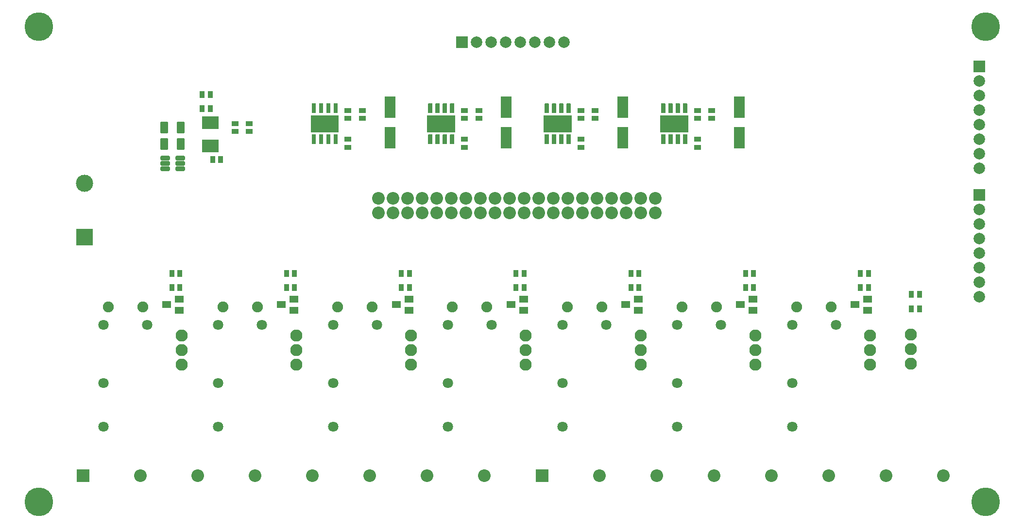
<source format=gts>
G04*
G04 #@! TF.GenerationSoftware,Altium Limited,Altium Designer,23.3.1 (30)*
G04*
G04 Layer_Color=8388736*
%FSLAX44Y44*%
%MOMM*%
G71*
G04*
G04 #@! TF.SameCoordinates,ACB28AF2-BCDA-4B65-85FB-5AC2E94CD4BF*
G04*
G04*
G04 #@! TF.FilePolarity,Negative*
G04*
G01*
G75*
G04:AMPARAMS|DCode=26|XSize=1.6532mm|YSize=0.8032mm|CornerRadius=0.1766mm|HoleSize=0mm|Usage=FLASHONLY|Rotation=180.000|XOffset=0mm|YOffset=0mm|HoleType=Round|Shape=RoundedRectangle|*
%AMROUNDEDRECTD26*
21,1,1.6532,0.4500,0,0,180.0*
21,1,1.3000,0.8032,0,0,180.0*
1,1,0.3532,-0.6500,0.2250*
1,1,0.3532,0.6500,0.2250*
1,1,0.3532,0.6500,-0.2250*
1,1,0.3532,-0.6500,-0.2250*
%
%ADD26ROUNDEDRECTD26*%
%ADD27R,2.9972X2.1844*%
G04:AMPARAMS|DCode=28|XSize=1.4032mm|YSize=2.0232mm|CornerRadius=0.2516mm|HoleSize=0mm|Usage=FLASHONLY|Rotation=0.000|XOffset=0mm|YOffset=0mm|HoleType=Round|Shape=RoundedRectangle|*
%AMROUNDEDRECTD28*
21,1,1.4032,1.5200,0,0,0.0*
21,1,0.9000,2.0232,0,0,0.0*
1,1,0.5032,0.4500,-0.7600*
1,1,0.5032,-0.4500,-0.7600*
1,1,0.5032,-0.4500,0.7600*
1,1,0.5032,0.4500,0.7600*
%
%ADD28ROUNDEDRECTD28*%
%ADD29R,0.9032X1.2032*%
%ADD30R,0.9144X1.1430*%
%ADD31R,1.2032X0.9032*%
%ADD32R,1.1430X0.9144*%
%ADD33R,1.8232X3.7032*%
%ADD34R,1.6032X1.2032*%
%ADD35R,2.0032X2.0032*%
%ADD36C,2.0032*%
%ADD37C,2.2032*%
%ADD38C,0.7032*%
%ADD39C,5.0000*%
%ADD40C,1.8034*%
%ADD41C,1.9032*%
%ADD42C,2.1032*%
%ADD43C,3.0032*%
%ADD44R,3.0032X3.0032*%
%ADD45R,2.0032X2.0032*%
%ADD46R,2.2032X2.2032*%
G36*
X510760Y676530D02*
Y676550D01*
X510770Y676580D01*
Y676600D01*
X510780Y676630D01*
X510790Y676650D01*
X510800Y676680D01*
X510820Y676700D01*
X510830Y676720D01*
X510850Y676740D01*
X510860Y676760D01*
X510880Y676780D01*
X510900Y676800D01*
X510920Y676820D01*
X510940Y676840D01*
X510960Y676850D01*
X510980Y676870D01*
X511000Y676880D01*
X511020Y676900D01*
X511050Y676910D01*
X511070Y676920D01*
X511100Y676930D01*
X511120D01*
X511150Y676940D01*
X511170D01*
X511200Y676950D01*
X511220D01*
X511250D01*
X517650D01*
X517680D01*
X517700D01*
X517730Y676940D01*
X517750D01*
X517780Y676930D01*
X517800D01*
X517830Y676920D01*
X517850Y676910D01*
X517880Y676900D01*
X517900Y676880D01*
X517920Y676870D01*
X517940Y676850D01*
X517960Y676840D01*
X517980Y676820D01*
X518000Y676800D01*
X518020Y676780D01*
X518040Y676760D01*
X518050Y676740D01*
X518070Y676720D01*
X518080Y676700D01*
X518100Y676680D01*
X518110Y676650D01*
X518120Y676630D01*
X518130Y676600D01*
Y676580D01*
X518140Y676550D01*
Y676530D01*
X518150Y676500D01*
Y660500D01*
X518140Y660470D01*
Y660450D01*
X518130Y660420D01*
Y660400D01*
X518120Y660370D01*
X518110Y660350D01*
X518100Y660320D01*
X518080Y660300D01*
X518070Y660280D01*
X518050Y660260D01*
X518040Y660240D01*
X518020Y660220D01*
X518000Y660200D01*
X517980Y660180D01*
X517960Y660160D01*
X517940Y660150D01*
X517920Y660130D01*
X517900Y660120D01*
X517880Y660100D01*
X517850Y660090D01*
X517830Y660080D01*
X517800Y660070D01*
X517780D01*
X517750Y660060D01*
X517730D01*
X517700Y660050D01*
X517680D01*
X517650D01*
X511250D01*
X511220D01*
X511200D01*
X511170Y660060D01*
X511150D01*
X511120Y660070D01*
X511100D01*
X511070Y660080D01*
X511050Y660090D01*
X511020Y660100D01*
X511000Y660120D01*
X510980Y660130D01*
X510960Y660150D01*
X510940Y660160D01*
X510920Y660180D01*
X510900Y660200D01*
X510880Y660220D01*
X510860Y660240D01*
X510850Y660260D01*
X510830Y660280D01*
X510820Y660300D01*
X510800Y660320D01*
X510790Y660350D01*
X510780Y660370D01*
X510770Y660400D01*
Y660420D01*
X510760Y660450D01*
Y660470D01*
X510750Y660500D01*
Y676500D01*
X510760Y676530D01*
D02*
G37*
G36*
X523460D02*
Y676550D01*
X523470Y676580D01*
Y676600D01*
X523480Y676630D01*
X523490Y676650D01*
X523500Y676680D01*
X523520Y676700D01*
X523530Y676720D01*
X523550Y676740D01*
X523560Y676760D01*
X523580Y676780D01*
X523600Y676800D01*
X523620Y676820D01*
X523640Y676840D01*
X523660Y676850D01*
X523680Y676870D01*
X523700Y676880D01*
X523720Y676900D01*
X523750Y676910D01*
X523770Y676920D01*
X523800Y676930D01*
X523820D01*
X523850Y676940D01*
X523870D01*
X523900Y676950D01*
X523920D01*
X523950D01*
X530350D01*
X530380D01*
X530400D01*
X530430Y676940D01*
X530450D01*
X530480Y676930D01*
X530500D01*
X530530Y676920D01*
X530550Y676910D01*
X530580Y676900D01*
X530600Y676880D01*
X530620Y676870D01*
X530640Y676850D01*
X530660Y676840D01*
X530680Y676820D01*
X530700Y676800D01*
X530720Y676780D01*
X530740Y676760D01*
X530750Y676740D01*
X530770Y676720D01*
X530780Y676700D01*
X530800Y676680D01*
X530810Y676650D01*
X530820Y676630D01*
X530830Y676600D01*
Y676580D01*
X530840Y676550D01*
Y676530D01*
X530850Y676500D01*
Y660500D01*
X530840Y660470D01*
Y660450D01*
X530830Y660420D01*
Y660400D01*
X530820Y660370D01*
X530810Y660350D01*
X530800Y660320D01*
X530780Y660300D01*
X530770Y660280D01*
X530750Y660260D01*
X530740Y660240D01*
X530720Y660220D01*
X530700Y660200D01*
X530680Y660180D01*
X530660Y660160D01*
X530640Y660150D01*
X530620Y660130D01*
X530600Y660120D01*
X530580Y660100D01*
X530550Y660090D01*
X530530Y660080D01*
X530500Y660070D01*
X530480D01*
X530450Y660060D01*
X530430D01*
X530400Y660050D01*
X530380D01*
X530350D01*
X523950D01*
X523920D01*
X523900D01*
X523870Y660060D01*
X523850D01*
X523820Y660070D01*
X523800D01*
X523770Y660080D01*
X523750Y660090D01*
X523720Y660100D01*
X523700Y660120D01*
X523680Y660130D01*
X523660Y660150D01*
X523640Y660160D01*
X523620Y660180D01*
X523600Y660200D01*
X523580Y660220D01*
X523560Y660240D01*
X523550Y660260D01*
X523530Y660280D01*
X523520Y660300D01*
X523500Y660320D01*
X523490Y660350D01*
X523480Y660370D01*
X523470Y660400D01*
Y660420D01*
X523460Y660450D01*
Y660470D01*
X523450Y660500D01*
Y676500D01*
X523460Y676530D01*
D02*
G37*
G36*
X536160D02*
Y676550D01*
X536170Y676580D01*
Y676600D01*
X536180Y676630D01*
X536190Y676650D01*
X536200Y676680D01*
X536220Y676700D01*
X536230Y676720D01*
X536250Y676740D01*
X536260Y676760D01*
X536280Y676780D01*
X536300Y676800D01*
X536320Y676820D01*
X536340Y676840D01*
X536360Y676850D01*
X536380Y676870D01*
X536400Y676880D01*
X536420Y676900D01*
X536450Y676910D01*
X536470Y676920D01*
X536500Y676930D01*
X536520D01*
X536550Y676940D01*
X536570D01*
X536600Y676950D01*
X536620D01*
X536650D01*
X543050D01*
X543080D01*
X543100D01*
X543130Y676940D01*
X543150D01*
X543180Y676930D01*
X543200D01*
X543230Y676920D01*
X543250Y676910D01*
X543280Y676900D01*
X543300Y676880D01*
X543320Y676870D01*
X543340Y676850D01*
X543360Y676840D01*
X543380Y676820D01*
X543400Y676800D01*
X543420Y676780D01*
X543440Y676760D01*
X543450Y676740D01*
X543470Y676720D01*
X543480Y676700D01*
X543500Y676680D01*
X543510Y676650D01*
X543520Y676630D01*
X543530Y676600D01*
Y676580D01*
X543540Y676550D01*
Y676530D01*
X543550Y676500D01*
Y660500D01*
X543540Y660470D01*
Y660450D01*
X543530Y660420D01*
Y660400D01*
X543520Y660370D01*
X543510Y660350D01*
X543500Y660320D01*
X543480Y660300D01*
X543470Y660280D01*
X543450Y660260D01*
X543440Y660240D01*
X543420Y660220D01*
X543400Y660200D01*
X543380Y660180D01*
X543360Y660160D01*
X543340Y660150D01*
X543320Y660130D01*
X543300Y660120D01*
X543280Y660100D01*
X543250Y660090D01*
X543230Y660080D01*
X543200Y660070D01*
X543180D01*
X543150Y660060D01*
X543130D01*
X543100Y660050D01*
X543080D01*
X543050D01*
X536650D01*
X536620D01*
X536600D01*
X536570Y660060D01*
X536550D01*
X536520Y660070D01*
X536500D01*
X536470Y660080D01*
X536450Y660090D01*
X536420Y660100D01*
X536400Y660120D01*
X536380Y660130D01*
X536360Y660150D01*
X536340Y660160D01*
X536320Y660180D01*
X536300Y660200D01*
X536280Y660220D01*
X536260Y660240D01*
X536250Y660260D01*
X536230Y660280D01*
X536220Y660300D01*
X536200Y660320D01*
X536190Y660350D01*
X536180Y660370D01*
X536170Y660400D01*
Y660420D01*
X536160Y660450D01*
Y660470D01*
X536150Y660500D01*
Y676500D01*
X536160Y676530D01*
D02*
G37*
G36*
X548860D02*
Y676550D01*
X548870Y676580D01*
Y676600D01*
X548880Y676630D01*
X548890Y676650D01*
X548900Y676680D01*
X548920Y676700D01*
X548930Y676720D01*
X548950Y676740D01*
X548960Y676760D01*
X548980Y676780D01*
X549000Y676800D01*
X549020Y676820D01*
X549040Y676840D01*
X549060Y676850D01*
X549080Y676870D01*
X549100Y676880D01*
X549120Y676900D01*
X549150Y676910D01*
X549170Y676920D01*
X549200Y676930D01*
X549220D01*
X549250Y676940D01*
X549270D01*
X549300Y676950D01*
X549320D01*
X549350D01*
X555750D01*
X555780D01*
X555800D01*
X555830Y676940D01*
X555850D01*
X555880Y676930D01*
X555900D01*
X555930Y676920D01*
X555950Y676910D01*
X555980Y676900D01*
X556000Y676880D01*
X556020Y676870D01*
X556040Y676850D01*
X556060Y676840D01*
X556080Y676820D01*
X556100Y676800D01*
X556120Y676780D01*
X556140Y676760D01*
X556150Y676740D01*
X556170Y676720D01*
X556180Y676700D01*
X556200Y676680D01*
X556210Y676650D01*
X556220Y676630D01*
X556230Y676600D01*
Y676580D01*
X556240Y676550D01*
Y676530D01*
X556250Y676500D01*
Y660500D01*
X556240Y660470D01*
Y660450D01*
X556230Y660420D01*
Y660400D01*
X556220Y660370D01*
X556210Y660350D01*
X556200Y660320D01*
X556180Y660300D01*
X556170Y660280D01*
X556150Y660260D01*
X556140Y660240D01*
X556120Y660220D01*
X556100Y660200D01*
X556080Y660180D01*
X556060Y660160D01*
X556040Y660150D01*
X556020Y660130D01*
X556000Y660120D01*
X555980Y660100D01*
X555950Y660090D01*
X555930Y660080D01*
X555900Y660070D01*
X555880D01*
X555850Y660060D01*
X555830D01*
X555800Y660050D01*
X555780D01*
X555750D01*
X549350D01*
X549320D01*
X549300D01*
X549270Y660060D01*
X549250D01*
X549220Y660070D01*
X549200D01*
X549170Y660080D01*
X549150Y660090D01*
X549120Y660100D01*
X549100Y660120D01*
X549080Y660130D01*
X549060Y660150D01*
X549040Y660160D01*
X549020Y660180D01*
X549000Y660200D01*
X548980Y660220D01*
X548960Y660240D01*
X548950Y660260D01*
X548930Y660280D01*
X548920Y660300D01*
X548900Y660320D01*
X548890Y660350D01*
X548880Y660370D01*
X548870Y660400D01*
Y660420D01*
X548860Y660450D01*
Y660470D01*
X548850Y660500D01*
Y676500D01*
X548860Y676530D01*
D02*
G37*
G36*
X555830Y730940D02*
X555850D01*
X555880Y730930D01*
X555900D01*
X555930Y730920D01*
X555950Y730910D01*
X555980Y730900D01*
X556000Y730880D01*
X556020Y730870D01*
X556040Y730850D01*
X556060Y730840D01*
X556080Y730820D01*
X556100Y730800D01*
X556120Y730780D01*
X556140Y730760D01*
X556150Y730740D01*
X556170Y730720D01*
X556180Y730700D01*
X556200Y730680D01*
X556210Y730650D01*
X556220Y730630D01*
X556230Y730600D01*
Y730580D01*
X556240Y730550D01*
Y730530D01*
X556250Y730500D01*
Y714500D01*
X556240Y714470D01*
Y714450D01*
X556230Y714420D01*
Y714400D01*
X556220Y714370D01*
X556210Y714350D01*
X556200Y714320D01*
X556180Y714300D01*
X556170Y714280D01*
X556150Y714260D01*
X556140Y714240D01*
X556120Y714220D01*
X556100Y714200D01*
X556080Y714180D01*
X556060Y714160D01*
X556040Y714150D01*
X556020Y714130D01*
X556000Y714120D01*
X555980Y714100D01*
X555950Y714090D01*
X555930Y714080D01*
X555900Y714070D01*
X555880D01*
X555850Y714060D01*
X555830D01*
X555800Y714050D01*
X549300D01*
X549270Y714060D01*
X549250D01*
X549220Y714070D01*
X549200D01*
X549170Y714080D01*
X549150Y714090D01*
X549120Y714100D01*
X549100Y714120D01*
X549080Y714130D01*
X549060Y714150D01*
X549040Y714160D01*
X549020Y714180D01*
X549000Y714200D01*
X548980Y714220D01*
X548960Y714240D01*
X548950Y714260D01*
X548930Y714280D01*
X548920Y714300D01*
X548900Y714320D01*
X548890Y714350D01*
X548880Y714370D01*
X548870Y714400D01*
Y714420D01*
X548860Y714450D01*
Y714470D01*
X548850Y714500D01*
Y730500D01*
X548860Y730530D01*
Y730550D01*
X548870Y730580D01*
Y730600D01*
X548880Y730630D01*
X548890Y730650D01*
X548900Y730680D01*
X548920Y730700D01*
X548930Y730720D01*
X548950Y730740D01*
X548960Y730760D01*
X548980Y730780D01*
X549000Y730800D01*
X549020Y730820D01*
X549040Y730840D01*
X549060Y730850D01*
X549080Y730870D01*
X549100Y730880D01*
X549120Y730900D01*
X549150Y730910D01*
X549170Y730920D01*
X549200Y730930D01*
X549220D01*
X549250Y730940D01*
X549270D01*
X549300Y730950D01*
X555800D01*
X555830Y730940D01*
D02*
G37*
G36*
X543130D02*
X543150D01*
X543180Y730930D01*
X543200D01*
X543230Y730920D01*
X543250Y730910D01*
X543280Y730900D01*
X543300Y730880D01*
X543320Y730870D01*
X543340Y730850D01*
X543360Y730840D01*
X543380Y730820D01*
X543400Y730800D01*
X543420Y730780D01*
X543440Y730760D01*
X543450Y730740D01*
X543470Y730720D01*
X543480Y730700D01*
X543500Y730680D01*
X543510Y730650D01*
X543520Y730630D01*
X543530Y730600D01*
Y730580D01*
X543540Y730550D01*
Y730530D01*
X543550Y730500D01*
Y714500D01*
X543540Y714470D01*
Y714450D01*
X543530Y714420D01*
Y714400D01*
X543520Y714370D01*
X543510Y714350D01*
X543500Y714320D01*
X543480Y714300D01*
X543470Y714280D01*
X543450Y714260D01*
X543440Y714240D01*
X543420Y714220D01*
X543400Y714200D01*
X543380Y714180D01*
X543360Y714160D01*
X543340Y714150D01*
X543320Y714130D01*
X543300Y714120D01*
X543280Y714100D01*
X543250Y714090D01*
X543230Y714080D01*
X543200Y714070D01*
X543180D01*
X543150Y714060D01*
X543130D01*
X543100Y714050D01*
X536600D01*
X536570Y714060D01*
X536550D01*
X536520Y714070D01*
X536500D01*
X536470Y714080D01*
X536450Y714090D01*
X536420Y714100D01*
X536400Y714120D01*
X536380Y714130D01*
X536360Y714150D01*
X536340Y714160D01*
X536320Y714180D01*
X536300Y714200D01*
X536280Y714220D01*
X536260Y714240D01*
X536250Y714260D01*
X536230Y714280D01*
X536220Y714300D01*
X536200Y714320D01*
X536190Y714350D01*
X536180Y714370D01*
X536170Y714400D01*
Y714420D01*
X536160Y714450D01*
Y714470D01*
X536150Y714500D01*
Y730500D01*
X536160Y730530D01*
Y730550D01*
X536170Y730580D01*
Y730600D01*
X536180Y730630D01*
X536190Y730650D01*
X536200Y730680D01*
X536220Y730700D01*
X536230Y730720D01*
X536250Y730740D01*
X536260Y730760D01*
X536280Y730780D01*
X536300Y730800D01*
X536320Y730820D01*
X536340Y730840D01*
X536360Y730850D01*
X536380Y730870D01*
X536400Y730880D01*
X536420Y730900D01*
X536450Y730910D01*
X536470Y730920D01*
X536500Y730930D01*
X536520D01*
X536550Y730940D01*
X536570D01*
X536600Y730950D01*
X543100D01*
X543130Y730940D01*
D02*
G37*
G36*
X530430D02*
X530450D01*
X530480Y730930D01*
X530500D01*
X530530Y730920D01*
X530550Y730910D01*
X530580Y730900D01*
X530600Y730880D01*
X530620Y730870D01*
X530640Y730850D01*
X530660Y730840D01*
X530680Y730820D01*
X530700Y730800D01*
X530720Y730780D01*
X530740Y730760D01*
X530750Y730740D01*
X530770Y730720D01*
X530780Y730700D01*
X530800Y730680D01*
X530810Y730650D01*
X530820Y730630D01*
X530830Y730600D01*
Y730580D01*
X530840Y730550D01*
Y730530D01*
X530850Y730500D01*
Y714500D01*
X530840Y714470D01*
Y714450D01*
X530830Y714420D01*
Y714400D01*
X530820Y714370D01*
X530810Y714350D01*
X530800Y714320D01*
X530780Y714300D01*
X530770Y714280D01*
X530750Y714260D01*
X530740Y714240D01*
X530720Y714220D01*
X530700Y714200D01*
X530680Y714180D01*
X530660Y714160D01*
X530640Y714150D01*
X530620Y714130D01*
X530600Y714120D01*
X530580Y714100D01*
X530550Y714090D01*
X530530Y714080D01*
X530500Y714070D01*
X530480D01*
X530450Y714060D01*
X530430D01*
X530400Y714050D01*
X523900D01*
X523870Y714060D01*
X523850D01*
X523820Y714070D01*
X523800D01*
X523770Y714080D01*
X523750Y714090D01*
X523720Y714100D01*
X523700Y714120D01*
X523680Y714130D01*
X523660Y714150D01*
X523640Y714160D01*
X523620Y714180D01*
X523600Y714200D01*
X523580Y714220D01*
X523560Y714240D01*
X523550Y714260D01*
X523530Y714280D01*
X523520Y714300D01*
X523500Y714320D01*
X523490Y714350D01*
X523480Y714370D01*
X523470Y714400D01*
Y714420D01*
X523460Y714450D01*
Y714470D01*
X523450Y714500D01*
Y730500D01*
X523460Y730530D01*
Y730550D01*
X523470Y730580D01*
Y730600D01*
X523480Y730630D01*
X523490Y730650D01*
X523500Y730680D01*
X523520Y730700D01*
X523530Y730720D01*
X523550Y730740D01*
X523560Y730760D01*
X523580Y730780D01*
X523600Y730800D01*
X523620Y730820D01*
X523640Y730840D01*
X523660Y730850D01*
X523680Y730870D01*
X523700Y730880D01*
X523720Y730900D01*
X523750Y730910D01*
X523770Y730920D01*
X523800Y730930D01*
X523820D01*
X523850Y730940D01*
X523870D01*
X523900Y730950D01*
X530400D01*
X530430Y730940D01*
D02*
G37*
G36*
X517730D02*
X517750D01*
X517780Y730930D01*
X517800D01*
X517830Y730920D01*
X517850Y730910D01*
X517880Y730900D01*
X517900Y730880D01*
X517920Y730870D01*
X517940Y730850D01*
X517960Y730840D01*
X517980Y730820D01*
X518000Y730800D01*
X518020Y730780D01*
X518040Y730760D01*
X518050Y730740D01*
X518070Y730720D01*
X518080Y730700D01*
X518100Y730680D01*
X518110Y730650D01*
X518120Y730630D01*
X518130Y730600D01*
Y730580D01*
X518140Y730550D01*
Y730530D01*
X518150Y730500D01*
Y714500D01*
X518140Y714470D01*
Y714450D01*
X518130Y714420D01*
Y714400D01*
X518120Y714370D01*
X518110Y714350D01*
X518100Y714320D01*
X518080Y714300D01*
X518070Y714280D01*
X518050Y714260D01*
X518040Y714240D01*
X518020Y714220D01*
X518000Y714200D01*
X517980Y714180D01*
X517960Y714160D01*
X517940Y714150D01*
X517920Y714130D01*
X517900Y714120D01*
X517880Y714100D01*
X517850Y714090D01*
X517830Y714080D01*
X517800Y714070D01*
X517780D01*
X517750Y714060D01*
X517730D01*
X517700Y714050D01*
X511200D01*
X511170Y714060D01*
X511150D01*
X511120Y714070D01*
X511100D01*
X511070Y714080D01*
X511050Y714090D01*
X511020Y714100D01*
X511000Y714120D01*
X510980Y714130D01*
X510960Y714150D01*
X510940Y714160D01*
X510920Y714180D01*
X510900Y714200D01*
X510880Y714220D01*
X510860Y714240D01*
X510850Y714260D01*
X510830Y714280D01*
X510820Y714300D01*
X510800Y714320D01*
X510790Y714350D01*
X510780Y714370D01*
X510770Y714400D01*
Y714420D01*
X510760Y714450D01*
Y714470D01*
X510750Y714500D01*
Y730500D01*
X510760Y730530D01*
Y730550D01*
X510770Y730580D01*
Y730600D01*
X510780Y730630D01*
X510790Y730650D01*
X510800Y730680D01*
X510820Y730700D01*
X510830Y730720D01*
X510850Y730740D01*
X510860Y730760D01*
X510880Y730780D01*
X510900Y730800D01*
X510920Y730820D01*
X510940Y730840D01*
X510960Y730850D01*
X510980Y730870D01*
X511000Y730880D01*
X511020Y730900D01*
X511050Y730910D01*
X511070Y730920D01*
X511100Y730930D01*
X511120D01*
X511150Y730940D01*
X511170D01*
X511200Y730950D01*
X517700D01*
X517730Y730940D01*
D02*
G37*
G36*
X558002Y680751D02*
X508978D01*
Y710241D01*
X558002D01*
Y680751D01*
D02*
G37*
G36*
X761002D02*
X711978D01*
Y710241D01*
X761002D01*
Y680751D01*
D02*
G37*
G36*
X758830Y676940D02*
X758850D01*
X758880Y676930D01*
X758900D01*
X758930Y676920D01*
X758950Y676910D01*
X758980Y676900D01*
X759000Y676880D01*
X759020Y676870D01*
X759040Y676850D01*
X759060Y676840D01*
X759080Y676820D01*
X759100Y676800D01*
X759120Y676780D01*
X759140Y676760D01*
X759150Y676740D01*
X759170Y676720D01*
X759180Y676700D01*
X759200Y676680D01*
X759210Y676650D01*
X759220Y676630D01*
X759230Y676600D01*
Y676580D01*
X759240Y676550D01*
Y676530D01*
X759250Y676500D01*
Y660500D01*
X759240Y660470D01*
Y660450D01*
X759230Y660420D01*
Y660400D01*
X759220Y660370D01*
X759210Y660350D01*
X759200Y660320D01*
X759180Y660300D01*
X759170Y660280D01*
X759150Y660260D01*
X759140Y660240D01*
X759120Y660220D01*
X759100Y660200D01*
X759080Y660180D01*
X759060Y660160D01*
X759040Y660150D01*
X759020Y660130D01*
X759000Y660120D01*
X758980Y660100D01*
X758950Y660090D01*
X758930Y660080D01*
X758900Y660070D01*
X758880D01*
X758850Y660060D01*
X758830D01*
X758800Y660050D01*
X752300D01*
X752270Y660060D01*
X752250D01*
X752220Y660070D01*
X752200D01*
X752170Y660080D01*
X752150Y660090D01*
X752120Y660100D01*
X752100Y660120D01*
X752080Y660130D01*
X752060Y660150D01*
X752040Y660160D01*
X752020Y660180D01*
X752000Y660200D01*
X751980Y660220D01*
X751960Y660240D01*
X751950Y660260D01*
X751930Y660280D01*
X751920Y660300D01*
X751900Y660320D01*
X751890Y660350D01*
X751880Y660370D01*
X751870Y660400D01*
Y660420D01*
X751860Y660450D01*
Y660470D01*
X751850Y660500D01*
Y676500D01*
X751860Y676530D01*
Y676550D01*
X751870Y676580D01*
Y676600D01*
X751880Y676630D01*
X751890Y676650D01*
X751900Y676680D01*
X751920Y676700D01*
X751930Y676720D01*
X751950Y676740D01*
X751960Y676760D01*
X751980Y676780D01*
X752000Y676800D01*
X752020Y676820D01*
X752040Y676840D01*
X752060Y676850D01*
X752080Y676870D01*
X752100Y676880D01*
X752120Y676900D01*
X752150Y676910D01*
X752170Y676920D01*
X752200Y676930D01*
X752220D01*
X752250Y676940D01*
X752270D01*
X752300Y676950D01*
X758800D01*
X758830Y676940D01*
D02*
G37*
G36*
X746130D02*
X746150D01*
X746180Y676930D01*
X746200D01*
X746230Y676920D01*
X746250Y676910D01*
X746280Y676900D01*
X746300Y676880D01*
X746320Y676870D01*
X746340Y676850D01*
X746360Y676840D01*
X746380Y676820D01*
X746400Y676800D01*
X746420Y676780D01*
X746440Y676760D01*
X746450Y676740D01*
X746470Y676720D01*
X746480Y676700D01*
X746500Y676680D01*
X746510Y676650D01*
X746520Y676630D01*
X746530Y676600D01*
Y676580D01*
X746540Y676550D01*
Y676530D01*
X746550Y676500D01*
Y660500D01*
X746540Y660470D01*
Y660450D01*
X746530Y660420D01*
Y660400D01*
X746520Y660370D01*
X746510Y660350D01*
X746500Y660320D01*
X746480Y660300D01*
X746470Y660280D01*
X746450Y660260D01*
X746440Y660240D01*
X746420Y660220D01*
X746400Y660200D01*
X746380Y660180D01*
X746360Y660160D01*
X746340Y660150D01*
X746320Y660130D01*
X746300Y660120D01*
X746280Y660100D01*
X746250Y660090D01*
X746230Y660080D01*
X746200Y660070D01*
X746180D01*
X746150Y660060D01*
X746130D01*
X746100Y660050D01*
X739600D01*
X739570Y660060D01*
X739550D01*
X739520Y660070D01*
X739500D01*
X739470Y660080D01*
X739450Y660090D01*
X739420Y660100D01*
X739400Y660120D01*
X739380Y660130D01*
X739360Y660150D01*
X739340Y660160D01*
X739320Y660180D01*
X739300Y660200D01*
X739280Y660220D01*
X739260Y660240D01*
X739250Y660260D01*
X739230Y660280D01*
X739220Y660300D01*
X739200Y660320D01*
X739190Y660350D01*
X739180Y660370D01*
X739170Y660400D01*
Y660420D01*
X739160Y660450D01*
Y660470D01*
X739150Y660500D01*
Y676500D01*
X739160Y676530D01*
Y676550D01*
X739170Y676580D01*
Y676600D01*
X739180Y676630D01*
X739190Y676650D01*
X739200Y676680D01*
X739220Y676700D01*
X739230Y676720D01*
X739250Y676740D01*
X739260Y676760D01*
X739280Y676780D01*
X739300Y676800D01*
X739320Y676820D01*
X739340Y676840D01*
X739360Y676850D01*
X739380Y676870D01*
X739400Y676880D01*
X739420Y676900D01*
X739450Y676910D01*
X739470Y676920D01*
X739500Y676930D01*
X739520D01*
X739550Y676940D01*
X739570D01*
X739600Y676950D01*
X746100D01*
X746130Y676940D01*
D02*
G37*
G36*
X733430D02*
X733450D01*
X733480Y676930D01*
X733500D01*
X733530Y676920D01*
X733550Y676910D01*
X733580Y676900D01*
X733600Y676880D01*
X733620Y676870D01*
X733640Y676850D01*
X733660Y676840D01*
X733680Y676820D01*
X733700Y676800D01*
X733720Y676780D01*
X733740Y676760D01*
X733750Y676740D01*
X733770Y676720D01*
X733780Y676700D01*
X733800Y676680D01*
X733810Y676650D01*
X733820Y676630D01*
X733830Y676600D01*
Y676580D01*
X733840Y676550D01*
Y676530D01*
X733850Y676500D01*
Y660500D01*
X733840Y660470D01*
Y660450D01*
X733830Y660420D01*
Y660400D01*
X733820Y660370D01*
X733810Y660350D01*
X733800Y660320D01*
X733780Y660300D01*
X733770Y660280D01*
X733750Y660260D01*
X733740Y660240D01*
X733720Y660220D01*
X733700Y660200D01*
X733680Y660180D01*
X733660Y660160D01*
X733640Y660150D01*
X733620Y660130D01*
X733600Y660120D01*
X733580Y660100D01*
X733550Y660090D01*
X733530Y660080D01*
X733500Y660070D01*
X733480D01*
X733450Y660060D01*
X733430D01*
X733400Y660050D01*
X726900D01*
X726870Y660060D01*
X726850D01*
X726820Y660070D01*
X726800D01*
X726770Y660080D01*
X726750Y660090D01*
X726720Y660100D01*
X726700Y660120D01*
X726680Y660130D01*
X726660Y660150D01*
X726640Y660160D01*
X726620Y660180D01*
X726600Y660200D01*
X726580Y660220D01*
X726560Y660240D01*
X726550Y660260D01*
X726530Y660280D01*
X726520Y660300D01*
X726500Y660320D01*
X726490Y660350D01*
X726480Y660370D01*
X726470Y660400D01*
Y660420D01*
X726460Y660450D01*
Y660470D01*
X726450Y660500D01*
Y676500D01*
X726460Y676530D01*
Y676550D01*
X726470Y676580D01*
Y676600D01*
X726480Y676630D01*
X726490Y676650D01*
X726500Y676680D01*
X726520Y676700D01*
X726530Y676720D01*
X726550Y676740D01*
X726560Y676760D01*
X726580Y676780D01*
X726600Y676800D01*
X726620Y676820D01*
X726640Y676840D01*
X726660Y676850D01*
X726680Y676870D01*
X726700Y676880D01*
X726720Y676900D01*
X726750Y676910D01*
X726770Y676920D01*
X726800Y676930D01*
X726820D01*
X726850Y676940D01*
X726870D01*
X726900Y676950D01*
X733400D01*
X733430Y676940D01*
D02*
G37*
G36*
X720730D02*
X720750D01*
X720780Y676930D01*
X720800D01*
X720830Y676920D01*
X720850Y676910D01*
X720880Y676900D01*
X720900Y676880D01*
X720920Y676870D01*
X720940Y676850D01*
X720960Y676840D01*
X720980Y676820D01*
X721000Y676800D01*
X721020Y676780D01*
X721040Y676760D01*
X721050Y676740D01*
X721070Y676720D01*
X721080Y676700D01*
X721100Y676680D01*
X721110Y676650D01*
X721120Y676630D01*
X721130Y676600D01*
Y676580D01*
X721140Y676550D01*
Y676530D01*
X721150Y676500D01*
Y660500D01*
X721140Y660470D01*
Y660450D01*
X721130Y660420D01*
Y660400D01*
X721120Y660370D01*
X721110Y660350D01*
X721100Y660320D01*
X721080Y660300D01*
X721070Y660280D01*
X721050Y660260D01*
X721040Y660240D01*
X721020Y660220D01*
X721000Y660200D01*
X720980Y660180D01*
X720960Y660160D01*
X720940Y660150D01*
X720920Y660130D01*
X720900Y660120D01*
X720880Y660100D01*
X720850Y660090D01*
X720830Y660080D01*
X720800Y660070D01*
X720780D01*
X720750Y660060D01*
X720730D01*
X720700Y660050D01*
X714200D01*
X714170Y660060D01*
X714150D01*
X714120Y660070D01*
X714100D01*
X714070Y660080D01*
X714050Y660090D01*
X714020Y660100D01*
X714000Y660120D01*
X713980Y660130D01*
X713960Y660150D01*
X713940Y660160D01*
X713920Y660180D01*
X713900Y660200D01*
X713880Y660220D01*
X713860Y660240D01*
X713850Y660260D01*
X713830Y660280D01*
X713820Y660300D01*
X713800Y660320D01*
X713790Y660350D01*
X713780Y660370D01*
X713770Y660400D01*
Y660420D01*
X713760Y660450D01*
Y660470D01*
X713750Y660500D01*
Y676500D01*
X713760Y676530D01*
Y676550D01*
X713770Y676580D01*
Y676600D01*
X713780Y676630D01*
X713790Y676650D01*
X713800Y676680D01*
X713820Y676700D01*
X713830Y676720D01*
X713850Y676740D01*
X713860Y676760D01*
X713880Y676780D01*
X713900Y676800D01*
X713920Y676820D01*
X713940Y676840D01*
X713960Y676850D01*
X713980Y676870D01*
X714000Y676880D01*
X714020Y676900D01*
X714050Y676910D01*
X714070Y676920D01*
X714100Y676930D01*
X714120D01*
X714150Y676940D01*
X714170D01*
X714200Y676950D01*
X720700D01*
X720730Y676940D01*
D02*
G37*
G36*
X713760Y730530D02*
Y730550D01*
X713770Y730580D01*
Y730600D01*
X713780Y730630D01*
X713790Y730650D01*
X713800Y730680D01*
X713820Y730700D01*
X713830Y730720D01*
X713850Y730740D01*
X713860Y730760D01*
X713880Y730780D01*
X713900Y730800D01*
X713920Y730820D01*
X713940Y730840D01*
X713960Y730850D01*
X713980Y730870D01*
X714000Y730880D01*
X714020Y730900D01*
X714050Y730910D01*
X714070Y730920D01*
X714100Y730930D01*
X714120D01*
X714150Y730940D01*
X714170D01*
X714200Y730950D01*
X714220D01*
X714250D01*
X720650D01*
X720680D01*
X720700D01*
X720730Y730940D01*
X720750D01*
X720780Y730930D01*
X720800D01*
X720830Y730920D01*
X720850Y730910D01*
X720880Y730900D01*
X720900Y730880D01*
X720920Y730870D01*
X720940Y730850D01*
X720960Y730840D01*
X720980Y730820D01*
X721000Y730800D01*
X721020Y730780D01*
X721040Y730760D01*
X721050Y730740D01*
X721070Y730720D01*
X721080Y730700D01*
X721100Y730680D01*
X721110Y730650D01*
X721120Y730630D01*
X721130Y730600D01*
Y730580D01*
X721140Y730550D01*
Y730530D01*
X721150Y730500D01*
Y714500D01*
X721140Y714470D01*
Y714450D01*
X721130Y714420D01*
Y714400D01*
X721120Y714370D01*
X721110Y714350D01*
X721100Y714320D01*
X721080Y714300D01*
X721070Y714280D01*
X721050Y714260D01*
X721040Y714240D01*
X721020Y714220D01*
X721000Y714200D01*
X720980Y714180D01*
X720960Y714160D01*
X720940Y714150D01*
X720920Y714130D01*
X720900Y714120D01*
X720880Y714100D01*
X720850Y714090D01*
X720830Y714080D01*
X720800Y714070D01*
X720780D01*
X720750Y714060D01*
X720730D01*
X720700Y714050D01*
X720680D01*
X720650D01*
X714250D01*
X714220D01*
X714200D01*
X714170Y714060D01*
X714150D01*
X714120Y714070D01*
X714100D01*
X714070Y714080D01*
X714050Y714090D01*
X714020Y714100D01*
X714000Y714120D01*
X713980Y714130D01*
X713960Y714150D01*
X713940Y714160D01*
X713920Y714180D01*
X713900Y714200D01*
X713880Y714220D01*
X713860Y714240D01*
X713850Y714260D01*
X713830Y714280D01*
X713820Y714300D01*
X713800Y714320D01*
X713790Y714350D01*
X713780Y714370D01*
X713770Y714400D01*
Y714420D01*
X713760Y714450D01*
Y714470D01*
X713750Y714500D01*
Y730500D01*
X713760Y730530D01*
D02*
G37*
G36*
X726460D02*
Y730550D01*
X726470Y730580D01*
Y730600D01*
X726480Y730630D01*
X726490Y730650D01*
X726500Y730680D01*
X726520Y730700D01*
X726530Y730720D01*
X726550Y730740D01*
X726560Y730760D01*
X726580Y730780D01*
X726600Y730800D01*
X726620Y730820D01*
X726640Y730840D01*
X726660Y730850D01*
X726680Y730870D01*
X726700Y730880D01*
X726720Y730900D01*
X726750Y730910D01*
X726770Y730920D01*
X726800Y730930D01*
X726820D01*
X726850Y730940D01*
X726870D01*
X726900Y730950D01*
X726920D01*
X726950D01*
X733350D01*
X733380D01*
X733400D01*
X733430Y730940D01*
X733450D01*
X733480Y730930D01*
X733500D01*
X733530Y730920D01*
X733550Y730910D01*
X733580Y730900D01*
X733600Y730880D01*
X733620Y730870D01*
X733640Y730850D01*
X733660Y730840D01*
X733680Y730820D01*
X733700Y730800D01*
X733720Y730780D01*
X733740Y730760D01*
X733750Y730740D01*
X733770Y730720D01*
X733780Y730700D01*
X733800Y730680D01*
X733810Y730650D01*
X733820Y730630D01*
X733830Y730600D01*
Y730580D01*
X733840Y730550D01*
Y730530D01*
X733850Y730500D01*
Y714500D01*
X733840Y714470D01*
Y714450D01*
X733830Y714420D01*
Y714400D01*
X733820Y714370D01*
X733810Y714350D01*
X733800Y714320D01*
X733780Y714300D01*
X733770Y714280D01*
X733750Y714260D01*
X733740Y714240D01*
X733720Y714220D01*
X733700Y714200D01*
X733680Y714180D01*
X733660Y714160D01*
X733640Y714150D01*
X733620Y714130D01*
X733600Y714120D01*
X733580Y714100D01*
X733550Y714090D01*
X733530Y714080D01*
X733500Y714070D01*
X733480D01*
X733450Y714060D01*
X733430D01*
X733400Y714050D01*
X733380D01*
X733350D01*
X726950D01*
X726920D01*
X726900D01*
X726870Y714060D01*
X726850D01*
X726820Y714070D01*
X726800D01*
X726770Y714080D01*
X726750Y714090D01*
X726720Y714100D01*
X726700Y714120D01*
X726680Y714130D01*
X726660Y714150D01*
X726640Y714160D01*
X726620Y714180D01*
X726600Y714200D01*
X726580Y714220D01*
X726560Y714240D01*
X726550Y714260D01*
X726530Y714280D01*
X726520Y714300D01*
X726500Y714320D01*
X726490Y714350D01*
X726480Y714370D01*
X726470Y714400D01*
Y714420D01*
X726460Y714450D01*
Y714470D01*
X726450Y714500D01*
Y730500D01*
X726460Y730530D01*
D02*
G37*
G36*
X739160D02*
Y730550D01*
X739170Y730580D01*
Y730600D01*
X739180Y730630D01*
X739190Y730650D01*
X739200Y730680D01*
X739220Y730700D01*
X739230Y730720D01*
X739250Y730740D01*
X739260Y730760D01*
X739280Y730780D01*
X739300Y730800D01*
X739320Y730820D01*
X739340Y730840D01*
X739360Y730850D01*
X739380Y730870D01*
X739400Y730880D01*
X739420Y730900D01*
X739450Y730910D01*
X739470Y730920D01*
X739500Y730930D01*
X739520D01*
X739550Y730940D01*
X739570D01*
X739600Y730950D01*
X739620D01*
X739650D01*
X746050D01*
X746080D01*
X746100D01*
X746130Y730940D01*
X746150D01*
X746180Y730930D01*
X746200D01*
X746230Y730920D01*
X746250Y730910D01*
X746280Y730900D01*
X746300Y730880D01*
X746320Y730870D01*
X746340Y730850D01*
X746360Y730840D01*
X746380Y730820D01*
X746400Y730800D01*
X746420Y730780D01*
X746440Y730760D01*
X746450Y730740D01*
X746470Y730720D01*
X746480Y730700D01*
X746500Y730680D01*
X746510Y730650D01*
X746520Y730630D01*
X746530Y730600D01*
Y730580D01*
X746540Y730550D01*
Y730530D01*
X746550Y730500D01*
Y714500D01*
X746540Y714470D01*
Y714450D01*
X746530Y714420D01*
Y714400D01*
X746520Y714370D01*
X746510Y714350D01*
X746500Y714320D01*
X746480Y714300D01*
X746470Y714280D01*
X746450Y714260D01*
X746440Y714240D01*
X746420Y714220D01*
X746400Y714200D01*
X746380Y714180D01*
X746360Y714160D01*
X746340Y714150D01*
X746320Y714130D01*
X746300Y714120D01*
X746280Y714100D01*
X746250Y714090D01*
X746230Y714080D01*
X746200Y714070D01*
X746180D01*
X746150Y714060D01*
X746130D01*
X746100Y714050D01*
X746080D01*
X746050D01*
X739650D01*
X739620D01*
X739600D01*
X739570Y714060D01*
X739550D01*
X739520Y714070D01*
X739500D01*
X739470Y714080D01*
X739450Y714090D01*
X739420Y714100D01*
X739400Y714120D01*
X739380Y714130D01*
X739360Y714150D01*
X739340Y714160D01*
X739320Y714180D01*
X739300Y714200D01*
X739280Y714220D01*
X739260Y714240D01*
X739250Y714260D01*
X739230Y714280D01*
X739220Y714300D01*
X739200Y714320D01*
X739190Y714350D01*
X739180Y714370D01*
X739170Y714400D01*
Y714420D01*
X739160Y714450D01*
Y714470D01*
X739150Y714500D01*
Y730500D01*
X739160Y730530D01*
D02*
G37*
G36*
X751860D02*
Y730550D01*
X751870Y730580D01*
Y730600D01*
X751880Y730630D01*
X751890Y730650D01*
X751900Y730680D01*
X751920Y730700D01*
X751930Y730720D01*
X751950Y730740D01*
X751960Y730760D01*
X751980Y730780D01*
X752000Y730800D01*
X752020Y730820D01*
X752040Y730840D01*
X752060Y730850D01*
X752080Y730870D01*
X752100Y730880D01*
X752120Y730900D01*
X752150Y730910D01*
X752170Y730920D01*
X752200Y730930D01*
X752220D01*
X752250Y730940D01*
X752270D01*
X752300Y730950D01*
X752320D01*
X752350D01*
X758750D01*
X758780D01*
X758800D01*
X758830Y730940D01*
X758850D01*
X758880Y730930D01*
X758900D01*
X758930Y730920D01*
X758950Y730910D01*
X758980Y730900D01*
X759000Y730880D01*
X759020Y730870D01*
X759040Y730850D01*
X759060Y730840D01*
X759080Y730820D01*
X759100Y730800D01*
X759120Y730780D01*
X759140Y730760D01*
X759150Y730740D01*
X759170Y730720D01*
X759180Y730700D01*
X759200Y730680D01*
X759210Y730650D01*
X759220Y730630D01*
X759230Y730600D01*
Y730580D01*
X759240Y730550D01*
Y730530D01*
X759250Y730500D01*
Y714500D01*
X759240Y714470D01*
Y714450D01*
X759230Y714420D01*
Y714400D01*
X759220Y714370D01*
X759210Y714350D01*
X759200Y714320D01*
X759180Y714300D01*
X759170Y714280D01*
X759150Y714260D01*
X759140Y714240D01*
X759120Y714220D01*
X759100Y714200D01*
X759080Y714180D01*
X759060Y714160D01*
X759040Y714150D01*
X759020Y714130D01*
X759000Y714120D01*
X758980Y714100D01*
X758950Y714090D01*
X758930Y714080D01*
X758900Y714070D01*
X758880D01*
X758850Y714060D01*
X758830D01*
X758800Y714050D01*
X758780D01*
X758750D01*
X752350D01*
X752320D01*
X752300D01*
X752270Y714060D01*
X752250D01*
X752220Y714070D01*
X752200D01*
X752170Y714080D01*
X752150Y714090D01*
X752120Y714100D01*
X752100Y714120D01*
X752080Y714130D01*
X752060Y714150D01*
X752040Y714160D01*
X752020Y714180D01*
X752000Y714200D01*
X751980Y714220D01*
X751960Y714240D01*
X751950Y714260D01*
X751930Y714280D01*
X751920Y714300D01*
X751900Y714320D01*
X751890Y714350D01*
X751880Y714370D01*
X751870Y714400D01*
Y714420D01*
X751860Y714450D01*
Y714470D01*
X751850Y714500D01*
Y730500D01*
X751860Y730530D01*
D02*
G37*
G36*
X964002Y680751D02*
X914978D01*
Y710241D01*
X964002D01*
Y680751D01*
D02*
G37*
G36*
X961830Y676940D02*
X961850D01*
X961880Y676930D01*
X961900D01*
X961930Y676920D01*
X961950Y676910D01*
X961980Y676900D01*
X962000Y676880D01*
X962020Y676870D01*
X962040Y676850D01*
X962060Y676840D01*
X962080Y676820D01*
X962100Y676800D01*
X962120Y676780D01*
X962140Y676760D01*
X962150Y676740D01*
X962170Y676720D01*
X962180Y676700D01*
X962200Y676680D01*
X962210Y676650D01*
X962220Y676630D01*
X962230Y676600D01*
Y676580D01*
X962240Y676550D01*
Y676530D01*
X962250Y676500D01*
Y660500D01*
X962240Y660470D01*
Y660450D01*
X962230Y660420D01*
Y660400D01*
X962220Y660370D01*
X962210Y660350D01*
X962200Y660320D01*
X962180Y660300D01*
X962170Y660280D01*
X962150Y660260D01*
X962140Y660240D01*
X962120Y660220D01*
X962100Y660200D01*
X962080Y660180D01*
X962060Y660160D01*
X962040Y660150D01*
X962020Y660130D01*
X962000Y660120D01*
X961980Y660100D01*
X961950Y660090D01*
X961930Y660080D01*
X961900Y660070D01*
X961880D01*
X961850Y660060D01*
X961830D01*
X961800Y660050D01*
X955300D01*
X955270Y660060D01*
X955250D01*
X955220Y660070D01*
X955200D01*
X955170Y660080D01*
X955150Y660090D01*
X955120Y660100D01*
X955100Y660120D01*
X955080Y660130D01*
X955060Y660150D01*
X955040Y660160D01*
X955020Y660180D01*
X955000Y660200D01*
X954980Y660220D01*
X954960Y660240D01*
X954950Y660260D01*
X954930Y660280D01*
X954920Y660300D01*
X954900Y660320D01*
X954890Y660350D01*
X954880Y660370D01*
X954870Y660400D01*
Y660420D01*
X954860Y660450D01*
Y660470D01*
X954850Y660500D01*
Y676500D01*
X954860Y676530D01*
Y676550D01*
X954870Y676580D01*
Y676600D01*
X954880Y676630D01*
X954890Y676650D01*
X954900Y676680D01*
X954920Y676700D01*
X954930Y676720D01*
X954950Y676740D01*
X954960Y676760D01*
X954980Y676780D01*
X955000Y676800D01*
X955020Y676820D01*
X955040Y676840D01*
X955060Y676850D01*
X955080Y676870D01*
X955100Y676880D01*
X955120Y676900D01*
X955150Y676910D01*
X955170Y676920D01*
X955200Y676930D01*
X955220D01*
X955250Y676940D01*
X955270D01*
X955300Y676950D01*
X961800D01*
X961830Y676940D01*
D02*
G37*
G36*
X949130D02*
X949150D01*
X949180Y676930D01*
X949200D01*
X949230Y676920D01*
X949250Y676910D01*
X949280Y676900D01*
X949300Y676880D01*
X949320Y676870D01*
X949340Y676850D01*
X949360Y676840D01*
X949380Y676820D01*
X949400Y676800D01*
X949420Y676780D01*
X949440Y676760D01*
X949450Y676740D01*
X949470Y676720D01*
X949480Y676700D01*
X949500Y676680D01*
X949510Y676650D01*
X949520Y676630D01*
X949530Y676600D01*
Y676580D01*
X949540Y676550D01*
Y676530D01*
X949550Y676500D01*
Y660500D01*
X949540Y660470D01*
Y660450D01*
X949530Y660420D01*
Y660400D01*
X949520Y660370D01*
X949510Y660350D01*
X949500Y660320D01*
X949480Y660300D01*
X949470Y660280D01*
X949450Y660260D01*
X949440Y660240D01*
X949420Y660220D01*
X949400Y660200D01*
X949380Y660180D01*
X949360Y660160D01*
X949340Y660150D01*
X949320Y660130D01*
X949300Y660120D01*
X949280Y660100D01*
X949250Y660090D01*
X949230Y660080D01*
X949200Y660070D01*
X949180D01*
X949150Y660060D01*
X949130D01*
X949100Y660050D01*
X942600D01*
X942570Y660060D01*
X942550D01*
X942520Y660070D01*
X942500D01*
X942470Y660080D01*
X942450Y660090D01*
X942420Y660100D01*
X942400Y660120D01*
X942380Y660130D01*
X942360Y660150D01*
X942340Y660160D01*
X942320Y660180D01*
X942300Y660200D01*
X942280Y660220D01*
X942260Y660240D01*
X942250Y660260D01*
X942230Y660280D01*
X942220Y660300D01*
X942200Y660320D01*
X942190Y660350D01*
X942180Y660370D01*
X942170Y660400D01*
Y660420D01*
X942160Y660450D01*
Y660470D01*
X942150Y660500D01*
Y676500D01*
X942160Y676530D01*
Y676550D01*
X942170Y676580D01*
Y676600D01*
X942180Y676630D01*
X942190Y676650D01*
X942200Y676680D01*
X942220Y676700D01*
X942230Y676720D01*
X942250Y676740D01*
X942260Y676760D01*
X942280Y676780D01*
X942300Y676800D01*
X942320Y676820D01*
X942340Y676840D01*
X942360Y676850D01*
X942380Y676870D01*
X942400Y676880D01*
X942420Y676900D01*
X942450Y676910D01*
X942470Y676920D01*
X942500Y676930D01*
X942520D01*
X942550Y676940D01*
X942570D01*
X942600Y676950D01*
X949100D01*
X949130Y676940D01*
D02*
G37*
G36*
X936430D02*
X936450D01*
X936480Y676930D01*
X936500D01*
X936530Y676920D01*
X936550Y676910D01*
X936580Y676900D01*
X936600Y676880D01*
X936620Y676870D01*
X936640Y676850D01*
X936660Y676840D01*
X936680Y676820D01*
X936700Y676800D01*
X936720Y676780D01*
X936740Y676760D01*
X936750Y676740D01*
X936770Y676720D01*
X936780Y676700D01*
X936800Y676680D01*
X936810Y676650D01*
X936820Y676630D01*
X936830Y676600D01*
Y676580D01*
X936840Y676550D01*
Y676530D01*
X936850Y676500D01*
Y660500D01*
X936840Y660470D01*
Y660450D01*
X936830Y660420D01*
Y660400D01*
X936820Y660370D01*
X936810Y660350D01*
X936800Y660320D01*
X936780Y660300D01*
X936770Y660280D01*
X936750Y660260D01*
X936740Y660240D01*
X936720Y660220D01*
X936700Y660200D01*
X936680Y660180D01*
X936660Y660160D01*
X936640Y660150D01*
X936620Y660130D01*
X936600Y660120D01*
X936580Y660100D01*
X936550Y660090D01*
X936530Y660080D01*
X936500Y660070D01*
X936480D01*
X936450Y660060D01*
X936430D01*
X936400Y660050D01*
X929900D01*
X929870Y660060D01*
X929850D01*
X929820Y660070D01*
X929800D01*
X929770Y660080D01*
X929750Y660090D01*
X929720Y660100D01*
X929700Y660120D01*
X929680Y660130D01*
X929660Y660150D01*
X929640Y660160D01*
X929620Y660180D01*
X929600Y660200D01*
X929580Y660220D01*
X929560Y660240D01*
X929550Y660260D01*
X929530Y660280D01*
X929520Y660300D01*
X929500Y660320D01*
X929490Y660350D01*
X929480Y660370D01*
X929470Y660400D01*
Y660420D01*
X929460Y660450D01*
Y660470D01*
X929450Y660500D01*
Y676500D01*
X929460Y676530D01*
Y676550D01*
X929470Y676580D01*
Y676600D01*
X929480Y676630D01*
X929490Y676650D01*
X929500Y676680D01*
X929520Y676700D01*
X929530Y676720D01*
X929550Y676740D01*
X929560Y676760D01*
X929580Y676780D01*
X929600Y676800D01*
X929620Y676820D01*
X929640Y676840D01*
X929660Y676850D01*
X929680Y676870D01*
X929700Y676880D01*
X929720Y676900D01*
X929750Y676910D01*
X929770Y676920D01*
X929800Y676930D01*
X929820D01*
X929850Y676940D01*
X929870D01*
X929900Y676950D01*
X936400D01*
X936430Y676940D01*
D02*
G37*
G36*
X923730D02*
X923750D01*
X923780Y676930D01*
X923800D01*
X923830Y676920D01*
X923850Y676910D01*
X923880Y676900D01*
X923900Y676880D01*
X923920Y676870D01*
X923940Y676850D01*
X923960Y676840D01*
X923980Y676820D01*
X924000Y676800D01*
X924020Y676780D01*
X924040Y676760D01*
X924050Y676740D01*
X924070Y676720D01*
X924080Y676700D01*
X924100Y676680D01*
X924110Y676650D01*
X924120Y676630D01*
X924130Y676600D01*
Y676580D01*
X924140Y676550D01*
Y676530D01*
X924150Y676500D01*
Y660500D01*
X924140Y660470D01*
Y660450D01*
X924130Y660420D01*
Y660400D01*
X924120Y660370D01*
X924110Y660350D01*
X924100Y660320D01*
X924080Y660300D01*
X924070Y660280D01*
X924050Y660260D01*
X924040Y660240D01*
X924020Y660220D01*
X924000Y660200D01*
X923980Y660180D01*
X923960Y660160D01*
X923940Y660150D01*
X923920Y660130D01*
X923900Y660120D01*
X923880Y660100D01*
X923850Y660090D01*
X923830Y660080D01*
X923800Y660070D01*
X923780D01*
X923750Y660060D01*
X923730D01*
X923700Y660050D01*
X917200D01*
X917170Y660060D01*
X917150D01*
X917120Y660070D01*
X917100D01*
X917070Y660080D01*
X917050Y660090D01*
X917020Y660100D01*
X917000Y660120D01*
X916980Y660130D01*
X916960Y660150D01*
X916940Y660160D01*
X916920Y660180D01*
X916900Y660200D01*
X916880Y660220D01*
X916860Y660240D01*
X916850Y660260D01*
X916830Y660280D01*
X916820Y660300D01*
X916800Y660320D01*
X916790Y660350D01*
X916780Y660370D01*
X916770Y660400D01*
Y660420D01*
X916760Y660450D01*
Y660470D01*
X916750Y660500D01*
Y676500D01*
X916760Y676530D01*
Y676550D01*
X916770Y676580D01*
Y676600D01*
X916780Y676630D01*
X916790Y676650D01*
X916800Y676680D01*
X916820Y676700D01*
X916830Y676720D01*
X916850Y676740D01*
X916860Y676760D01*
X916880Y676780D01*
X916900Y676800D01*
X916920Y676820D01*
X916940Y676840D01*
X916960Y676850D01*
X916980Y676870D01*
X917000Y676880D01*
X917020Y676900D01*
X917050Y676910D01*
X917070Y676920D01*
X917100Y676930D01*
X917120D01*
X917150Y676940D01*
X917170D01*
X917200Y676950D01*
X923700D01*
X923730Y676940D01*
D02*
G37*
G36*
X916760Y730530D02*
Y730550D01*
X916770Y730580D01*
Y730600D01*
X916780Y730630D01*
X916790Y730650D01*
X916800Y730680D01*
X916820Y730700D01*
X916830Y730720D01*
X916850Y730740D01*
X916860Y730760D01*
X916880Y730780D01*
X916900Y730800D01*
X916920Y730820D01*
X916940Y730840D01*
X916960Y730850D01*
X916980Y730870D01*
X917000Y730880D01*
X917020Y730900D01*
X917050Y730910D01*
X917070Y730920D01*
X917100Y730930D01*
X917120D01*
X917150Y730940D01*
X917170D01*
X917200Y730950D01*
X917220D01*
X917250D01*
X923650D01*
X923680D01*
X923700D01*
X923730Y730940D01*
X923750D01*
X923780Y730930D01*
X923800D01*
X923830Y730920D01*
X923850Y730910D01*
X923880Y730900D01*
X923900Y730880D01*
X923920Y730870D01*
X923940Y730850D01*
X923960Y730840D01*
X923980Y730820D01*
X924000Y730800D01*
X924020Y730780D01*
X924040Y730760D01*
X924050Y730740D01*
X924070Y730720D01*
X924080Y730700D01*
X924100Y730680D01*
X924110Y730650D01*
X924120Y730630D01*
X924130Y730600D01*
Y730580D01*
X924140Y730550D01*
Y730530D01*
X924150Y730500D01*
Y714500D01*
X924140Y714470D01*
Y714450D01*
X924130Y714420D01*
Y714400D01*
X924120Y714370D01*
X924110Y714350D01*
X924100Y714320D01*
X924080Y714300D01*
X924070Y714280D01*
X924050Y714260D01*
X924040Y714240D01*
X924020Y714220D01*
X924000Y714200D01*
X923980Y714180D01*
X923960Y714160D01*
X923940Y714150D01*
X923920Y714130D01*
X923900Y714120D01*
X923880Y714100D01*
X923850Y714090D01*
X923830Y714080D01*
X923800Y714070D01*
X923780D01*
X923750Y714060D01*
X923730D01*
X923700Y714050D01*
X923680D01*
X923650D01*
X917250D01*
X917220D01*
X917200D01*
X917170Y714060D01*
X917150D01*
X917120Y714070D01*
X917100D01*
X917070Y714080D01*
X917050Y714090D01*
X917020Y714100D01*
X917000Y714120D01*
X916980Y714130D01*
X916960Y714150D01*
X916940Y714160D01*
X916920Y714180D01*
X916900Y714200D01*
X916880Y714220D01*
X916860Y714240D01*
X916850Y714260D01*
X916830Y714280D01*
X916820Y714300D01*
X916800Y714320D01*
X916790Y714350D01*
X916780Y714370D01*
X916770Y714400D01*
Y714420D01*
X916760Y714450D01*
Y714470D01*
X916750Y714500D01*
Y730500D01*
X916760Y730530D01*
D02*
G37*
G36*
X929460D02*
Y730550D01*
X929470Y730580D01*
Y730600D01*
X929480Y730630D01*
X929490Y730650D01*
X929500Y730680D01*
X929520Y730700D01*
X929530Y730720D01*
X929550Y730740D01*
X929560Y730760D01*
X929580Y730780D01*
X929600Y730800D01*
X929620Y730820D01*
X929640Y730840D01*
X929660Y730850D01*
X929680Y730870D01*
X929700Y730880D01*
X929720Y730900D01*
X929750Y730910D01*
X929770Y730920D01*
X929800Y730930D01*
X929820D01*
X929850Y730940D01*
X929870D01*
X929900Y730950D01*
X929920D01*
X929950D01*
X936350D01*
X936380D01*
X936400D01*
X936430Y730940D01*
X936450D01*
X936480Y730930D01*
X936500D01*
X936530Y730920D01*
X936550Y730910D01*
X936580Y730900D01*
X936600Y730880D01*
X936620Y730870D01*
X936640Y730850D01*
X936660Y730840D01*
X936680Y730820D01*
X936700Y730800D01*
X936720Y730780D01*
X936740Y730760D01*
X936750Y730740D01*
X936770Y730720D01*
X936780Y730700D01*
X936800Y730680D01*
X936810Y730650D01*
X936820Y730630D01*
X936830Y730600D01*
Y730580D01*
X936840Y730550D01*
Y730530D01*
X936850Y730500D01*
Y714500D01*
X936840Y714470D01*
Y714450D01*
X936830Y714420D01*
Y714400D01*
X936820Y714370D01*
X936810Y714350D01*
X936800Y714320D01*
X936780Y714300D01*
X936770Y714280D01*
X936750Y714260D01*
X936740Y714240D01*
X936720Y714220D01*
X936700Y714200D01*
X936680Y714180D01*
X936660Y714160D01*
X936640Y714150D01*
X936620Y714130D01*
X936600Y714120D01*
X936580Y714100D01*
X936550Y714090D01*
X936530Y714080D01*
X936500Y714070D01*
X936480D01*
X936450Y714060D01*
X936430D01*
X936400Y714050D01*
X936380D01*
X936350D01*
X929950D01*
X929920D01*
X929900D01*
X929870Y714060D01*
X929850D01*
X929820Y714070D01*
X929800D01*
X929770Y714080D01*
X929750Y714090D01*
X929720Y714100D01*
X929700Y714120D01*
X929680Y714130D01*
X929660Y714150D01*
X929640Y714160D01*
X929620Y714180D01*
X929600Y714200D01*
X929580Y714220D01*
X929560Y714240D01*
X929550Y714260D01*
X929530Y714280D01*
X929520Y714300D01*
X929500Y714320D01*
X929490Y714350D01*
X929480Y714370D01*
X929470Y714400D01*
Y714420D01*
X929460Y714450D01*
Y714470D01*
X929450Y714500D01*
Y730500D01*
X929460Y730530D01*
D02*
G37*
G36*
X942160D02*
Y730550D01*
X942170Y730580D01*
Y730600D01*
X942180Y730630D01*
X942190Y730650D01*
X942200Y730680D01*
X942220Y730700D01*
X942230Y730720D01*
X942250Y730740D01*
X942260Y730760D01*
X942280Y730780D01*
X942300Y730800D01*
X942320Y730820D01*
X942340Y730840D01*
X942360Y730850D01*
X942380Y730870D01*
X942400Y730880D01*
X942420Y730900D01*
X942450Y730910D01*
X942470Y730920D01*
X942500Y730930D01*
X942520D01*
X942550Y730940D01*
X942570D01*
X942600Y730950D01*
X942620D01*
X942650D01*
X949050D01*
X949080D01*
X949100D01*
X949130Y730940D01*
X949150D01*
X949180Y730930D01*
X949200D01*
X949230Y730920D01*
X949250Y730910D01*
X949280Y730900D01*
X949300Y730880D01*
X949320Y730870D01*
X949340Y730850D01*
X949360Y730840D01*
X949380Y730820D01*
X949400Y730800D01*
X949420Y730780D01*
X949440Y730760D01*
X949450Y730740D01*
X949470Y730720D01*
X949480Y730700D01*
X949500Y730680D01*
X949510Y730650D01*
X949520Y730630D01*
X949530Y730600D01*
Y730580D01*
X949540Y730550D01*
Y730530D01*
X949550Y730500D01*
Y714500D01*
X949540Y714470D01*
Y714450D01*
X949530Y714420D01*
Y714400D01*
X949520Y714370D01*
X949510Y714350D01*
X949500Y714320D01*
X949480Y714300D01*
X949470Y714280D01*
X949450Y714260D01*
X949440Y714240D01*
X949420Y714220D01*
X949400Y714200D01*
X949380Y714180D01*
X949360Y714160D01*
X949340Y714150D01*
X949320Y714130D01*
X949300Y714120D01*
X949280Y714100D01*
X949250Y714090D01*
X949230Y714080D01*
X949200Y714070D01*
X949180D01*
X949150Y714060D01*
X949130D01*
X949100Y714050D01*
X949080D01*
X949050D01*
X942650D01*
X942620D01*
X942600D01*
X942570Y714060D01*
X942550D01*
X942520Y714070D01*
X942500D01*
X942470Y714080D01*
X942450Y714090D01*
X942420Y714100D01*
X942400Y714120D01*
X942380Y714130D01*
X942360Y714150D01*
X942340Y714160D01*
X942320Y714180D01*
X942300Y714200D01*
X942280Y714220D01*
X942260Y714240D01*
X942250Y714260D01*
X942230Y714280D01*
X942220Y714300D01*
X942200Y714320D01*
X942190Y714350D01*
X942180Y714370D01*
X942170Y714400D01*
Y714420D01*
X942160Y714450D01*
Y714470D01*
X942150Y714500D01*
Y730500D01*
X942160Y730530D01*
D02*
G37*
G36*
X954860D02*
Y730550D01*
X954870Y730580D01*
Y730600D01*
X954880Y730630D01*
X954890Y730650D01*
X954900Y730680D01*
X954920Y730700D01*
X954930Y730720D01*
X954950Y730740D01*
X954960Y730760D01*
X954980Y730780D01*
X955000Y730800D01*
X955020Y730820D01*
X955040Y730840D01*
X955060Y730850D01*
X955080Y730870D01*
X955100Y730880D01*
X955120Y730900D01*
X955150Y730910D01*
X955170Y730920D01*
X955200Y730930D01*
X955220D01*
X955250Y730940D01*
X955270D01*
X955300Y730950D01*
X955320D01*
X955350D01*
X961750D01*
X961780D01*
X961800D01*
X961830Y730940D01*
X961850D01*
X961880Y730930D01*
X961900D01*
X961930Y730920D01*
X961950Y730910D01*
X961980Y730900D01*
X962000Y730880D01*
X962020Y730870D01*
X962040Y730850D01*
X962060Y730840D01*
X962080Y730820D01*
X962100Y730800D01*
X962120Y730780D01*
X962140Y730760D01*
X962150Y730740D01*
X962170Y730720D01*
X962180Y730700D01*
X962200Y730680D01*
X962210Y730650D01*
X962220Y730630D01*
X962230Y730600D01*
Y730580D01*
X962240Y730550D01*
Y730530D01*
X962250Y730500D01*
Y714500D01*
X962240Y714470D01*
Y714450D01*
X962230Y714420D01*
Y714400D01*
X962220Y714370D01*
X962210Y714350D01*
X962200Y714320D01*
X962180Y714300D01*
X962170Y714280D01*
X962150Y714260D01*
X962140Y714240D01*
X962120Y714220D01*
X962100Y714200D01*
X962080Y714180D01*
X962060Y714160D01*
X962040Y714150D01*
X962020Y714130D01*
X962000Y714120D01*
X961980Y714100D01*
X961950Y714090D01*
X961930Y714080D01*
X961900Y714070D01*
X961880D01*
X961850Y714060D01*
X961830D01*
X961800Y714050D01*
X961780D01*
X961750D01*
X955350D01*
X955320D01*
X955300D01*
X955270Y714060D01*
X955250D01*
X955220Y714070D01*
X955200D01*
X955170Y714080D01*
X955150Y714090D01*
X955120Y714100D01*
X955100Y714120D01*
X955080Y714130D01*
X955060Y714150D01*
X955040Y714160D01*
X955020Y714180D01*
X955000Y714200D01*
X954980Y714220D01*
X954960Y714240D01*
X954950Y714260D01*
X954930Y714280D01*
X954920Y714300D01*
X954900Y714320D01*
X954890Y714350D01*
X954880Y714370D01*
X954870Y714400D01*
Y714420D01*
X954860Y714450D01*
Y714470D01*
X954850Y714500D01*
Y730500D01*
X954860Y730530D01*
D02*
G37*
G36*
X1167002Y680751D02*
X1117978D01*
Y710241D01*
X1167002D01*
Y680751D01*
D02*
G37*
G36*
X1164830Y676940D02*
X1164850D01*
X1164880Y676930D01*
X1164900D01*
X1164930Y676920D01*
X1164950Y676910D01*
X1164980Y676900D01*
X1165000Y676880D01*
X1165020Y676870D01*
X1165040Y676850D01*
X1165060Y676840D01*
X1165080Y676820D01*
X1165100Y676800D01*
X1165120Y676780D01*
X1165140Y676760D01*
X1165150Y676740D01*
X1165170Y676720D01*
X1165180Y676700D01*
X1165200Y676680D01*
X1165210Y676650D01*
X1165220Y676630D01*
X1165230Y676600D01*
Y676580D01*
X1165240Y676550D01*
Y676530D01*
X1165250Y676500D01*
Y660500D01*
X1165240Y660470D01*
Y660450D01*
X1165230Y660420D01*
Y660400D01*
X1165220Y660370D01*
X1165210Y660350D01*
X1165200Y660320D01*
X1165180Y660300D01*
X1165170Y660280D01*
X1165150Y660260D01*
X1165140Y660240D01*
X1165120Y660220D01*
X1165100Y660200D01*
X1165080Y660180D01*
X1165060Y660160D01*
X1165040Y660150D01*
X1165020Y660130D01*
X1165000Y660120D01*
X1164980Y660100D01*
X1164950Y660090D01*
X1164930Y660080D01*
X1164900Y660070D01*
X1164880D01*
X1164850Y660060D01*
X1164830D01*
X1164800Y660050D01*
X1158300D01*
X1158270Y660060D01*
X1158250D01*
X1158220Y660070D01*
X1158200D01*
X1158170Y660080D01*
X1158150Y660090D01*
X1158120Y660100D01*
X1158100Y660120D01*
X1158080Y660130D01*
X1158060Y660150D01*
X1158040Y660160D01*
X1158020Y660180D01*
X1158000Y660200D01*
X1157980Y660220D01*
X1157960Y660240D01*
X1157950Y660260D01*
X1157930Y660280D01*
X1157920Y660300D01*
X1157900Y660320D01*
X1157890Y660350D01*
X1157880Y660370D01*
X1157870Y660400D01*
Y660420D01*
X1157860Y660450D01*
Y660470D01*
X1157850Y660500D01*
Y676500D01*
X1157860Y676530D01*
Y676550D01*
X1157870Y676580D01*
Y676600D01*
X1157880Y676630D01*
X1157890Y676650D01*
X1157900Y676680D01*
X1157920Y676700D01*
X1157930Y676720D01*
X1157950Y676740D01*
X1157960Y676760D01*
X1157980Y676780D01*
X1158000Y676800D01*
X1158020Y676820D01*
X1158040Y676840D01*
X1158060Y676850D01*
X1158080Y676870D01*
X1158100Y676880D01*
X1158120Y676900D01*
X1158150Y676910D01*
X1158170Y676920D01*
X1158200Y676930D01*
X1158220D01*
X1158250Y676940D01*
X1158270D01*
X1158300Y676950D01*
X1164800D01*
X1164830Y676940D01*
D02*
G37*
G36*
X1152130D02*
X1152150D01*
X1152180Y676930D01*
X1152200D01*
X1152230Y676920D01*
X1152250Y676910D01*
X1152280Y676900D01*
X1152300Y676880D01*
X1152320Y676870D01*
X1152340Y676850D01*
X1152360Y676840D01*
X1152380Y676820D01*
X1152400Y676800D01*
X1152420Y676780D01*
X1152440Y676760D01*
X1152450Y676740D01*
X1152470Y676720D01*
X1152480Y676700D01*
X1152500Y676680D01*
X1152510Y676650D01*
X1152520Y676630D01*
X1152530Y676600D01*
Y676580D01*
X1152540Y676550D01*
Y676530D01*
X1152550Y676500D01*
Y660500D01*
X1152540Y660470D01*
Y660450D01*
X1152530Y660420D01*
Y660400D01*
X1152520Y660370D01*
X1152510Y660350D01*
X1152500Y660320D01*
X1152480Y660300D01*
X1152470Y660280D01*
X1152450Y660260D01*
X1152440Y660240D01*
X1152420Y660220D01*
X1152400Y660200D01*
X1152380Y660180D01*
X1152360Y660160D01*
X1152340Y660150D01*
X1152320Y660130D01*
X1152300Y660120D01*
X1152280Y660100D01*
X1152250Y660090D01*
X1152230Y660080D01*
X1152200Y660070D01*
X1152180D01*
X1152150Y660060D01*
X1152130D01*
X1152100Y660050D01*
X1145600D01*
X1145570Y660060D01*
X1145550D01*
X1145520Y660070D01*
X1145500D01*
X1145470Y660080D01*
X1145450Y660090D01*
X1145420Y660100D01*
X1145400Y660120D01*
X1145380Y660130D01*
X1145360Y660150D01*
X1145340Y660160D01*
X1145320Y660180D01*
X1145300Y660200D01*
X1145280Y660220D01*
X1145260Y660240D01*
X1145250Y660260D01*
X1145230Y660280D01*
X1145220Y660300D01*
X1145200Y660320D01*
X1145190Y660350D01*
X1145180Y660370D01*
X1145170Y660400D01*
Y660420D01*
X1145160Y660450D01*
Y660470D01*
X1145150Y660500D01*
Y676500D01*
X1145160Y676530D01*
Y676550D01*
X1145170Y676580D01*
Y676600D01*
X1145180Y676630D01*
X1145190Y676650D01*
X1145200Y676680D01*
X1145220Y676700D01*
X1145230Y676720D01*
X1145250Y676740D01*
X1145260Y676760D01*
X1145280Y676780D01*
X1145300Y676800D01*
X1145320Y676820D01*
X1145340Y676840D01*
X1145360Y676850D01*
X1145380Y676870D01*
X1145400Y676880D01*
X1145420Y676900D01*
X1145450Y676910D01*
X1145470Y676920D01*
X1145500Y676930D01*
X1145520D01*
X1145550Y676940D01*
X1145570D01*
X1145600Y676950D01*
X1152100D01*
X1152130Y676940D01*
D02*
G37*
G36*
X1139430D02*
X1139450D01*
X1139480Y676930D01*
X1139500D01*
X1139530Y676920D01*
X1139550Y676910D01*
X1139580Y676900D01*
X1139600Y676880D01*
X1139620Y676870D01*
X1139640Y676850D01*
X1139660Y676840D01*
X1139680Y676820D01*
X1139700Y676800D01*
X1139720Y676780D01*
X1139740Y676760D01*
X1139750Y676740D01*
X1139770Y676720D01*
X1139780Y676700D01*
X1139800Y676680D01*
X1139810Y676650D01*
X1139820Y676630D01*
X1139830Y676600D01*
Y676580D01*
X1139840Y676550D01*
Y676530D01*
X1139850Y676500D01*
Y660500D01*
X1139840Y660470D01*
Y660450D01*
X1139830Y660420D01*
Y660400D01*
X1139820Y660370D01*
X1139810Y660350D01*
X1139800Y660320D01*
X1139780Y660300D01*
X1139770Y660280D01*
X1139750Y660260D01*
X1139740Y660240D01*
X1139720Y660220D01*
X1139700Y660200D01*
X1139680Y660180D01*
X1139660Y660160D01*
X1139640Y660150D01*
X1139620Y660130D01*
X1139600Y660120D01*
X1139580Y660100D01*
X1139550Y660090D01*
X1139530Y660080D01*
X1139500Y660070D01*
X1139480D01*
X1139450Y660060D01*
X1139430D01*
X1139400Y660050D01*
X1132900D01*
X1132870Y660060D01*
X1132850D01*
X1132820Y660070D01*
X1132800D01*
X1132770Y660080D01*
X1132750Y660090D01*
X1132720Y660100D01*
X1132700Y660120D01*
X1132680Y660130D01*
X1132660Y660150D01*
X1132640Y660160D01*
X1132620Y660180D01*
X1132600Y660200D01*
X1132580Y660220D01*
X1132560Y660240D01*
X1132550Y660260D01*
X1132530Y660280D01*
X1132520Y660300D01*
X1132500Y660320D01*
X1132490Y660350D01*
X1132480Y660370D01*
X1132470Y660400D01*
Y660420D01*
X1132460Y660450D01*
Y660470D01*
X1132450Y660500D01*
Y676500D01*
X1132460Y676530D01*
Y676550D01*
X1132470Y676580D01*
Y676600D01*
X1132480Y676630D01*
X1132490Y676650D01*
X1132500Y676680D01*
X1132520Y676700D01*
X1132530Y676720D01*
X1132550Y676740D01*
X1132560Y676760D01*
X1132580Y676780D01*
X1132600Y676800D01*
X1132620Y676820D01*
X1132640Y676840D01*
X1132660Y676850D01*
X1132680Y676870D01*
X1132700Y676880D01*
X1132720Y676900D01*
X1132750Y676910D01*
X1132770Y676920D01*
X1132800Y676930D01*
X1132820D01*
X1132850Y676940D01*
X1132870D01*
X1132900Y676950D01*
X1139400D01*
X1139430Y676940D01*
D02*
G37*
G36*
X1126730D02*
X1126750D01*
X1126780Y676930D01*
X1126800D01*
X1126830Y676920D01*
X1126850Y676910D01*
X1126880Y676900D01*
X1126900Y676880D01*
X1126920Y676870D01*
X1126940Y676850D01*
X1126960Y676840D01*
X1126980Y676820D01*
X1127000Y676800D01*
X1127020Y676780D01*
X1127040Y676760D01*
X1127050Y676740D01*
X1127070Y676720D01*
X1127080Y676700D01*
X1127100Y676680D01*
X1127110Y676650D01*
X1127120Y676630D01*
X1127130Y676600D01*
Y676580D01*
X1127140Y676550D01*
Y676530D01*
X1127150Y676500D01*
Y660500D01*
X1127140Y660470D01*
Y660450D01*
X1127130Y660420D01*
Y660400D01*
X1127120Y660370D01*
X1127110Y660350D01*
X1127100Y660320D01*
X1127080Y660300D01*
X1127070Y660280D01*
X1127050Y660260D01*
X1127040Y660240D01*
X1127020Y660220D01*
X1127000Y660200D01*
X1126980Y660180D01*
X1126960Y660160D01*
X1126940Y660150D01*
X1126920Y660130D01*
X1126900Y660120D01*
X1126880Y660100D01*
X1126850Y660090D01*
X1126830Y660080D01*
X1126800Y660070D01*
X1126780D01*
X1126750Y660060D01*
X1126730D01*
X1126700Y660050D01*
X1120200D01*
X1120170Y660060D01*
X1120150D01*
X1120120Y660070D01*
X1120100D01*
X1120070Y660080D01*
X1120050Y660090D01*
X1120020Y660100D01*
X1120000Y660120D01*
X1119980Y660130D01*
X1119960Y660150D01*
X1119940Y660160D01*
X1119920Y660180D01*
X1119900Y660200D01*
X1119880Y660220D01*
X1119860Y660240D01*
X1119850Y660260D01*
X1119830Y660280D01*
X1119820Y660300D01*
X1119800Y660320D01*
X1119790Y660350D01*
X1119780Y660370D01*
X1119770Y660400D01*
Y660420D01*
X1119760Y660450D01*
Y660470D01*
X1119750Y660500D01*
Y676500D01*
X1119760Y676530D01*
Y676550D01*
X1119770Y676580D01*
Y676600D01*
X1119780Y676630D01*
X1119790Y676650D01*
X1119800Y676680D01*
X1119820Y676700D01*
X1119830Y676720D01*
X1119850Y676740D01*
X1119860Y676760D01*
X1119880Y676780D01*
X1119900Y676800D01*
X1119920Y676820D01*
X1119940Y676840D01*
X1119960Y676850D01*
X1119980Y676870D01*
X1120000Y676880D01*
X1120020Y676900D01*
X1120050Y676910D01*
X1120070Y676920D01*
X1120100Y676930D01*
X1120120D01*
X1120150Y676940D01*
X1120170D01*
X1120200Y676950D01*
X1126700D01*
X1126730Y676940D01*
D02*
G37*
G36*
X1119760Y730530D02*
Y730550D01*
X1119770Y730580D01*
Y730600D01*
X1119780Y730630D01*
X1119790Y730650D01*
X1119800Y730680D01*
X1119820Y730700D01*
X1119830Y730720D01*
X1119850Y730740D01*
X1119860Y730760D01*
X1119880Y730780D01*
X1119900Y730800D01*
X1119920Y730820D01*
X1119940Y730840D01*
X1119960Y730850D01*
X1119980Y730870D01*
X1120000Y730880D01*
X1120020Y730900D01*
X1120050Y730910D01*
X1120070Y730920D01*
X1120100Y730930D01*
X1120120D01*
X1120150Y730940D01*
X1120170D01*
X1120200Y730950D01*
X1120220D01*
X1120250D01*
X1126650D01*
X1126680D01*
X1126700D01*
X1126730Y730940D01*
X1126750D01*
X1126780Y730930D01*
X1126800D01*
X1126830Y730920D01*
X1126850Y730910D01*
X1126880Y730900D01*
X1126900Y730880D01*
X1126920Y730870D01*
X1126940Y730850D01*
X1126960Y730840D01*
X1126980Y730820D01*
X1127000Y730800D01*
X1127020Y730780D01*
X1127040Y730760D01*
X1127050Y730740D01*
X1127070Y730720D01*
X1127080Y730700D01*
X1127100Y730680D01*
X1127110Y730650D01*
X1127120Y730630D01*
X1127130Y730600D01*
Y730580D01*
X1127140Y730550D01*
Y730530D01*
X1127150Y730500D01*
Y714500D01*
X1127140Y714470D01*
Y714450D01*
X1127130Y714420D01*
Y714400D01*
X1127120Y714370D01*
X1127110Y714350D01*
X1127100Y714320D01*
X1127080Y714300D01*
X1127070Y714280D01*
X1127050Y714260D01*
X1127040Y714240D01*
X1127020Y714220D01*
X1127000Y714200D01*
X1126980Y714180D01*
X1126960Y714160D01*
X1126940Y714150D01*
X1126920Y714130D01*
X1126900Y714120D01*
X1126880Y714100D01*
X1126850Y714090D01*
X1126830Y714080D01*
X1126800Y714070D01*
X1126780D01*
X1126750Y714060D01*
X1126730D01*
X1126700Y714050D01*
X1126680D01*
X1126650D01*
X1120250D01*
X1120220D01*
X1120200D01*
X1120170Y714060D01*
X1120150D01*
X1120120Y714070D01*
X1120100D01*
X1120070Y714080D01*
X1120050Y714090D01*
X1120020Y714100D01*
X1120000Y714120D01*
X1119980Y714130D01*
X1119960Y714150D01*
X1119940Y714160D01*
X1119920Y714180D01*
X1119900Y714200D01*
X1119880Y714220D01*
X1119860Y714240D01*
X1119850Y714260D01*
X1119830Y714280D01*
X1119820Y714300D01*
X1119800Y714320D01*
X1119790Y714350D01*
X1119780Y714370D01*
X1119770Y714400D01*
Y714420D01*
X1119760Y714450D01*
Y714470D01*
X1119750Y714500D01*
Y730500D01*
X1119760Y730530D01*
D02*
G37*
G36*
X1132460D02*
Y730550D01*
X1132470Y730580D01*
Y730600D01*
X1132480Y730630D01*
X1132490Y730650D01*
X1132500Y730680D01*
X1132520Y730700D01*
X1132530Y730720D01*
X1132550Y730740D01*
X1132560Y730760D01*
X1132580Y730780D01*
X1132600Y730800D01*
X1132620Y730820D01*
X1132640Y730840D01*
X1132660Y730850D01*
X1132680Y730870D01*
X1132700Y730880D01*
X1132720Y730900D01*
X1132750Y730910D01*
X1132770Y730920D01*
X1132800Y730930D01*
X1132820D01*
X1132850Y730940D01*
X1132870D01*
X1132900Y730950D01*
X1132920D01*
X1132950D01*
X1139350D01*
X1139380D01*
X1139400D01*
X1139430Y730940D01*
X1139450D01*
X1139480Y730930D01*
X1139500D01*
X1139530Y730920D01*
X1139550Y730910D01*
X1139580Y730900D01*
X1139600Y730880D01*
X1139620Y730870D01*
X1139640Y730850D01*
X1139660Y730840D01*
X1139680Y730820D01*
X1139700Y730800D01*
X1139720Y730780D01*
X1139740Y730760D01*
X1139750Y730740D01*
X1139770Y730720D01*
X1139780Y730700D01*
X1139800Y730680D01*
X1139810Y730650D01*
X1139820Y730630D01*
X1139830Y730600D01*
Y730580D01*
X1139840Y730550D01*
Y730530D01*
X1139850Y730500D01*
Y714500D01*
X1139840Y714470D01*
Y714450D01*
X1139830Y714420D01*
Y714400D01*
X1139820Y714370D01*
X1139810Y714350D01*
X1139800Y714320D01*
X1139780Y714300D01*
X1139770Y714280D01*
X1139750Y714260D01*
X1139740Y714240D01*
X1139720Y714220D01*
X1139700Y714200D01*
X1139680Y714180D01*
X1139660Y714160D01*
X1139640Y714150D01*
X1139620Y714130D01*
X1139600Y714120D01*
X1139580Y714100D01*
X1139550Y714090D01*
X1139530Y714080D01*
X1139500Y714070D01*
X1139480D01*
X1139450Y714060D01*
X1139430D01*
X1139400Y714050D01*
X1139380D01*
X1139350D01*
X1132950D01*
X1132920D01*
X1132900D01*
X1132870Y714060D01*
X1132850D01*
X1132820Y714070D01*
X1132800D01*
X1132770Y714080D01*
X1132750Y714090D01*
X1132720Y714100D01*
X1132700Y714120D01*
X1132680Y714130D01*
X1132660Y714150D01*
X1132640Y714160D01*
X1132620Y714180D01*
X1132600Y714200D01*
X1132580Y714220D01*
X1132560Y714240D01*
X1132550Y714260D01*
X1132530Y714280D01*
X1132520Y714300D01*
X1132500Y714320D01*
X1132490Y714350D01*
X1132480Y714370D01*
X1132470Y714400D01*
Y714420D01*
X1132460Y714450D01*
Y714470D01*
X1132450Y714500D01*
Y730500D01*
X1132460Y730530D01*
D02*
G37*
G36*
X1145160D02*
Y730550D01*
X1145170Y730580D01*
Y730600D01*
X1145180Y730630D01*
X1145190Y730650D01*
X1145200Y730680D01*
X1145220Y730700D01*
X1145230Y730720D01*
X1145250Y730740D01*
X1145260Y730760D01*
X1145280Y730780D01*
X1145300Y730800D01*
X1145320Y730820D01*
X1145340Y730840D01*
X1145360Y730850D01*
X1145380Y730870D01*
X1145400Y730880D01*
X1145420Y730900D01*
X1145450Y730910D01*
X1145470Y730920D01*
X1145500Y730930D01*
X1145520D01*
X1145550Y730940D01*
X1145570D01*
X1145600Y730950D01*
X1145620D01*
X1145650D01*
X1152050D01*
X1152080D01*
X1152100D01*
X1152130Y730940D01*
X1152150D01*
X1152180Y730930D01*
X1152200D01*
X1152230Y730920D01*
X1152250Y730910D01*
X1152280Y730900D01*
X1152300Y730880D01*
X1152320Y730870D01*
X1152340Y730850D01*
X1152360Y730840D01*
X1152380Y730820D01*
X1152400Y730800D01*
X1152420Y730780D01*
X1152440Y730760D01*
X1152450Y730740D01*
X1152470Y730720D01*
X1152480Y730700D01*
X1152500Y730680D01*
X1152510Y730650D01*
X1152520Y730630D01*
X1152530Y730600D01*
Y730580D01*
X1152540Y730550D01*
Y730530D01*
X1152550Y730500D01*
Y714500D01*
X1152540Y714470D01*
Y714450D01*
X1152530Y714420D01*
Y714400D01*
X1152520Y714370D01*
X1152510Y714350D01*
X1152500Y714320D01*
X1152480Y714300D01*
X1152470Y714280D01*
X1152450Y714260D01*
X1152440Y714240D01*
X1152420Y714220D01*
X1152400Y714200D01*
X1152380Y714180D01*
X1152360Y714160D01*
X1152340Y714150D01*
X1152320Y714130D01*
X1152300Y714120D01*
X1152280Y714100D01*
X1152250Y714090D01*
X1152230Y714080D01*
X1152200Y714070D01*
X1152180D01*
X1152150Y714060D01*
X1152130D01*
X1152100Y714050D01*
X1152080D01*
X1152050D01*
X1145650D01*
X1145620D01*
X1145600D01*
X1145570Y714060D01*
X1145550D01*
X1145520Y714070D01*
X1145500D01*
X1145470Y714080D01*
X1145450Y714090D01*
X1145420Y714100D01*
X1145400Y714120D01*
X1145380Y714130D01*
X1145360Y714150D01*
X1145340Y714160D01*
X1145320Y714180D01*
X1145300Y714200D01*
X1145280Y714220D01*
X1145260Y714240D01*
X1145250Y714260D01*
X1145230Y714280D01*
X1145220Y714300D01*
X1145200Y714320D01*
X1145190Y714350D01*
X1145180Y714370D01*
X1145170Y714400D01*
Y714420D01*
X1145160Y714450D01*
Y714470D01*
X1145150Y714500D01*
Y730500D01*
X1145160Y730530D01*
D02*
G37*
G36*
X1157860D02*
Y730550D01*
X1157870Y730580D01*
Y730600D01*
X1157880Y730630D01*
X1157890Y730650D01*
X1157900Y730680D01*
X1157920Y730700D01*
X1157930Y730720D01*
X1157950Y730740D01*
X1157960Y730760D01*
X1157980Y730780D01*
X1158000Y730800D01*
X1158020Y730820D01*
X1158040Y730840D01*
X1158060Y730850D01*
X1158080Y730870D01*
X1158100Y730880D01*
X1158120Y730900D01*
X1158150Y730910D01*
X1158170Y730920D01*
X1158200Y730930D01*
X1158220D01*
X1158250Y730940D01*
X1158270D01*
X1158300Y730950D01*
X1158320D01*
X1158350D01*
X1164750D01*
X1164780D01*
X1164800D01*
X1164830Y730940D01*
X1164850D01*
X1164880Y730930D01*
X1164900D01*
X1164930Y730920D01*
X1164950Y730910D01*
X1164980Y730900D01*
X1165000Y730880D01*
X1165020Y730870D01*
X1165040Y730850D01*
X1165060Y730840D01*
X1165080Y730820D01*
X1165100Y730800D01*
X1165120Y730780D01*
X1165140Y730760D01*
X1165150Y730740D01*
X1165170Y730720D01*
X1165180Y730700D01*
X1165200Y730680D01*
X1165210Y730650D01*
X1165220Y730630D01*
X1165230Y730600D01*
Y730580D01*
X1165240Y730550D01*
Y730530D01*
X1165250Y730500D01*
Y714500D01*
X1165240Y714470D01*
Y714450D01*
X1165230Y714420D01*
Y714400D01*
X1165220Y714370D01*
X1165210Y714350D01*
X1165200Y714320D01*
X1165180Y714300D01*
X1165170Y714280D01*
X1165150Y714260D01*
X1165140Y714240D01*
X1165120Y714220D01*
X1165100Y714200D01*
X1165080Y714180D01*
X1165060Y714160D01*
X1165040Y714150D01*
X1165020Y714130D01*
X1165000Y714120D01*
X1164980Y714100D01*
X1164950Y714090D01*
X1164930Y714080D01*
X1164900Y714070D01*
X1164880D01*
X1164850Y714060D01*
X1164830D01*
X1164800Y714050D01*
X1164780D01*
X1164750D01*
X1158350D01*
X1158320D01*
X1158300D01*
X1158270Y714060D01*
X1158250D01*
X1158220Y714070D01*
X1158200D01*
X1158170Y714080D01*
X1158150Y714090D01*
X1158120Y714100D01*
X1158100Y714120D01*
X1158080Y714130D01*
X1158060Y714150D01*
X1158040Y714160D01*
X1158020Y714180D01*
X1158000Y714200D01*
X1157980Y714220D01*
X1157960Y714240D01*
X1157950Y714260D01*
X1157930Y714280D01*
X1157920Y714300D01*
X1157900Y714320D01*
X1157890Y714350D01*
X1157880Y714370D01*
X1157870Y714400D01*
Y714420D01*
X1157860Y714450D01*
Y714470D01*
X1157850Y714500D01*
Y730500D01*
X1157860Y730530D01*
D02*
G37*
D26*
X282000Y636110D02*
D03*
X255000D02*
D03*
Y626610D02*
D03*
X282000D02*
D03*
Y617110D02*
D03*
X255000D02*
D03*
D27*
X334000Y697250D02*
D03*
Y656610D02*
D03*
D28*
X253400Y660000D02*
D03*
X282600D02*
D03*
Y689000D02*
D03*
X253400D02*
D03*
D29*
X338210Y633000D02*
D03*
X352210D02*
D03*
D30*
X320015Y722000D02*
D03*
X333985D02*
D03*
X320015Y747000D02*
D03*
X333985D02*
D03*
X1569985Y372603D02*
D03*
X1556015D02*
D03*
X1569985Y397603D02*
D03*
X1556015D02*
D03*
X280988Y409603D02*
D03*
X267018D02*
D03*
X467018D02*
D03*
X480988D02*
D03*
X680988D02*
D03*
X667018D02*
D03*
X867018D02*
D03*
X880988D02*
D03*
X1080988D02*
D03*
X1067018D02*
D03*
X1267018D02*
D03*
X1280988D02*
D03*
X1480988D02*
D03*
X1467018D02*
D03*
X280988Y434603D02*
D03*
X267018D02*
D03*
X467018D02*
D03*
X480988D02*
D03*
X680988D02*
D03*
X667018D02*
D03*
X867018D02*
D03*
X880988D02*
D03*
X1080988D02*
D03*
X1067018D02*
D03*
X1267018D02*
D03*
X1280988D02*
D03*
X1480988D02*
D03*
X1467018D02*
D03*
D31*
X402000Y682000D02*
D03*
Y696000D02*
D03*
X377000D02*
D03*
Y682000D02*
D03*
X599000Y718944D02*
D03*
Y704944D02*
D03*
X802000D02*
D03*
Y718944D02*
D03*
X1005000D02*
D03*
Y704944D02*
D03*
X1208000D02*
D03*
Y718944D02*
D03*
X574000D02*
D03*
Y704944D02*
D03*
X777000D02*
D03*
Y718944D02*
D03*
X980000D02*
D03*
Y704944D02*
D03*
X1183000D02*
D03*
Y718944D02*
D03*
D32*
X574000Y668500D02*
D03*
Y654530D02*
D03*
X777000D02*
D03*
Y668500D02*
D03*
X980000D02*
D03*
Y654530D02*
D03*
X1183000D02*
D03*
Y668500D02*
D03*
D33*
X647000Y671500D02*
D03*
Y724500D02*
D03*
X850000D02*
D03*
Y671500D02*
D03*
X1053000D02*
D03*
Y724500D02*
D03*
X1256000D02*
D03*
Y671500D02*
D03*
D34*
X1080003Y370103D02*
D03*
Y389103D02*
D03*
X1058003Y379603D02*
D03*
X1480003Y370103D02*
D03*
Y389103D02*
D03*
X1458003Y379603D02*
D03*
X1280003Y370103D02*
D03*
Y389103D02*
D03*
X1258003Y379603D02*
D03*
X880003Y370103D02*
D03*
Y389103D02*
D03*
X858003Y379603D02*
D03*
X680003Y370103D02*
D03*
Y389103D02*
D03*
X658003Y379603D02*
D03*
X280003Y370103D02*
D03*
Y389103D02*
D03*
X258003Y379603D02*
D03*
X480003Y370103D02*
D03*
Y389103D02*
D03*
X458003Y379603D02*
D03*
D35*
X1674000Y795600D02*
D03*
Y571000D02*
D03*
D36*
Y744800D02*
D03*
Y719400D02*
D03*
Y694000D02*
D03*
Y668600D02*
D03*
Y643200D02*
D03*
Y617800D02*
D03*
Y770200D02*
D03*
Y520200D02*
D03*
Y494800D02*
D03*
Y469400D02*
D03*
Y444000D02*
D03*
Y418600D02*
D03*
Y393200D02*
D03*
Y545600D02*
D03*
X797800Y838000D02*
D03*
X950200D02*
D03*
X924800D02*
D03*
X899400D02*
D03*
X874000D02*
D03*
X848600D02*
D03*
X823200D02*
D03*
D37*
X830003Y565003D02*
D03*
X855403D02*
D03*
X804603D02*
D03*
X779203D02*
D03*
X753803D02*
D03*
X728403D02*
D03*
X703003D02*
D03*
X677603D02*
D03*
X652203D02*
D03*
X626803D02*
D03*
X703003Y539603D02*
D03*
X677603D02*
D03*
X652203D02*
D03*
X626803D02*
D03*
X804603D02*
D03*
X830003D02*
D03*
X855403D02*
D03*
X880803D02*
D03*
Y565003D02*
D03*
X1058603D02*
D03*
X1033203D02*
D03*
X1007803D02*
D03*
X982403D02*
D03*
X957003D02*
D03*
X931603D02*
D03*
X906203D02*
D03*
X779203Y539603D02*
D03*
X753803D02*
D03*
X728403D02*
D03*
X1109403D02*
D03*
X1084003D02*
D03*
X1058603D02*
D03*
X1033203D02*
D03*
X1007803D02*
D03*
X982403D02*
D03*
X957003D02*
D03*
X931603D02*
D03*
X906203D02*
D03*
X1109403Y565003D02*
D03*
X1084003D02*
D03*
X1612003Y81003D02*
D03*
X1512003D02*
D03*
X1412003D02*
D03*
X1312003D02*
D03*
X1212003D02*
D03*
X1112003D02*
D03*
X1012003D02*
D03*
X812003D02*
D03*
X712003D02*
D03*
X612003D02*
D03*
X512003D02*
D03*
X412003D02*
D03*
X312003D02*
D03*
X212003D02*
D03*
D38*
X553000Y702000D02*
D03*
Y689000D02*
D03*
X540000Y702000D02*
D03*
Y689000D02*
D03*
X527000Y702000D02*
D03*
Y689000D02*
D03*
X514000Y702000D02*
D03*
Y689000D02*
D03*
X717000D02*
D03*
Y702000D02*
D03*
X730000Y689000D02*
D03*
Y702000D02*
D03*
X743000Y689000D02*
D03*
Y702000D02*
D03*
X756000Y689000D02*
D03*
Y702000D02*
D03*
X959000D02*
D03*
Y689000D02*
D03*
X946000Y702000D02*
D03*
Y689000D02*
D03*
X933000Y702000D02*
D03*
Y689000D02*
D03*
X920000Y702000D02*
D03*
Y689000D02*
D03*
X1123000D02*
D03*
Y702000D02*
D03*
X1136000Y689000D02*
D03*
Y702000D02*
D03*
X1149000Y689000D02*
D03*
Y702000D02*
D03*
X1162000Y689000D02*
D03*
Y702000D02*
D03*
D39*
X1685000Y865000D02*
D03*
Y35000D02*
D03*
X35000D02*
D03*
Y865000D02*
D03*
D40*
X1348003Y344603D02*
D03*
Y243003D02*
D03*
Y166803D02*
D03*
X1424203Y344603D02*
D03*
X1148003D02*
D03*
Y243003D02*
D03*
Y166803D02*
D03*
X1224203Y344603D02*
D03*
X948003D02*
D03*
Y243003D02*
D03*
Y166803D02*
D03*
X1024203Y344603D02*
D03*
X748003D02*
D03*
Y243003D02*
D03*
Y166803D02*
D03*
X824203Y344603D02*
D03*
X548003D02*
D03*
Y243003D02*
D03*
Y166803D02*
D03*
X624203Y344603D02*
D03*
X348003D02*
D03*
Y243003D02*
D03*
Y166803D02*
D03*
X424203Y344603D02*
D03*
X148003D02*
D03*
Y243003D02*
D03*
Y166803D02*
D03*
X224203Y344603D02*
D03*
D41*
X416103Y375603D02*
D03*
X356103D02*
D03*
X216103D02*
D03*
X156103D02*
D03*
X556103D02*
D03*
X616103D02*
D03*
X756103D02*
D03*
X816103D02*
D03*
X1156103D02*
D03*
X1216103D02*
D03*
X1356103D02*
D03*
X1416103D02*
D03*
X956103D02*
D03*
X1016103D02*
D03*
D42*
X284003Y275203D02*
D03*
Y300603D02*
D03*
Y326003D02*
D03*
X1555000Y327203D02*
D03*
Y301803D02*
D03*
Y276403D02*
D03*
X484003Y326003D02*
D03*
Y300603D02*
D03*
Y275203D02*
D03*
X1284003Y326003D02*
D03*
Y300603D02*
D03*
Y275203D02*
D03*
X884003Y326003D02*
D03*
Y300603D02*
D03*
Y275203D02*
D03*
X1084003Y326003D02*
D03*
Y300603D02*
D03*
Y275203D02*
D03*
X1484003Y326003D02*
D03*
Y300603D02*
D03*
Y275203D02*
D03*
X684003Y326003D02*
D03*
Y300603D02*
D03*
Y275203D02*
D03*
D43*
X115000Y592000D02*
D03*
D44*
Y498000D02*
D03*
D45*
X772400Y838000D02*
D03*
D46*
X912003Y81003D02*
D03*
X112003D02*
D03*
M02*

</source>
